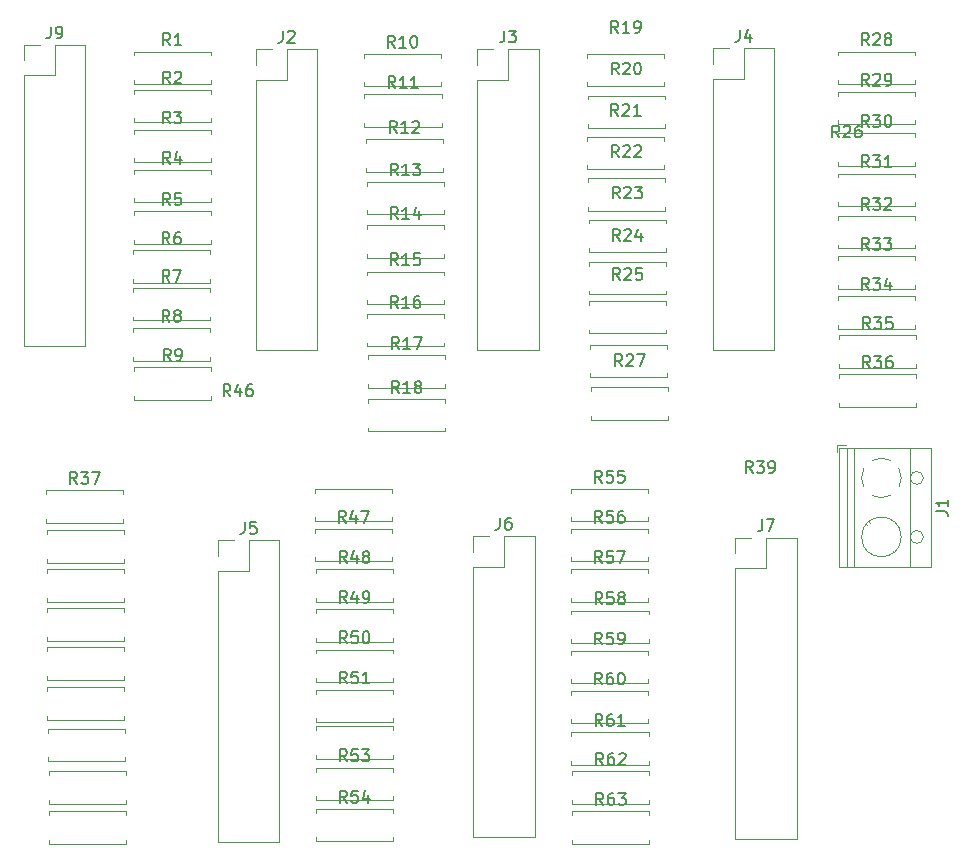
<source format=gbr>
%TF.GenerationSoftware,KiCad,Pcbnew,7.0.1*%
%TF.CreationDate,2025-02-25T21:51:12-03:00*%
%TF.ProjectId,resistorDecade,72657369-7374-46f7-9244-65636164652e,rev?*%
%TF.SameCoordinates,Original*%
%TF.FileFunction,Legend,Top*%
%TF.FilePolarity,Positive*%
%FSLAX46Y46*%
G04 Gerber Fmt 4.6, Leading zero omitted, Abs format (unit mm)*
G04 Created by KiCad (PCBNEW 7.0.1) date 2025-02-25 21:51:12*
%MOMM*%
%LPD*%
G01*
G04 APERTURE LIST*
%ADD10C,0.150000*%
%ADD11C,0.120000*%
G04 APERTURE END LIST*
D10*
%TO.C,R16*%
X127157142Y-69992619D02*
X126823809Y-69516428D01*
X126585714Y-69992619D02*
X126585714Y-68992619D01*
X126585714Y-68992619D02*
X126966666Y-68992619D01*
X126966666Y-68992619D02*
X127061904Y-69040238D01*
X127061904Y-69040238D02*
X127109523Y-69087857D01*
X127109523Y-69087857D02*
X127157142Y-69183095D01*
X127157142Y-69183095D02*
X127157142Y-69325952D01*
X127157142Y-69325952D02*
X127109523Y-69421190D01*
X127109523Y-69421190D02*
X127061904Y-69468809D01*
X127061904Y-69468809D02*
X126966666Y-69516428D01*
X126966666Y-69516428D02*
X126585714Y-69516428D01*
X128109523Y-69992619D02*
X127538095Y-69992619D01*
X127823809Y-69992619D02*
X127823809Y-68992619D01*
X127823809Y-68992619D02*
X127728571Y-69135476D01*
X127728571Y-69135476D02*
X127633333Y-69230714D01*
X127633333Y-69230714D02*
X127538095Y-69278333D01*
X128966666Y-68992619D02*
X128776190Y-68992619D01*
X128776190Y-68992619D02*
X128680952Y-69040238D01*
X128680952Y-69040238D02*
X128633333Y-69087857D01*
X128633333Y-69087857D02*
X128538095Y-69230714D01*
X128538095Y-69230714D02*
X128490476Y-69421190D01*
X128490476Y-69421190D02*
X128490476Y-69802142D01*
X128490476Y-69802142D02*
X128538095Y-69897380D01*
X128538095Y-69897380D02*
X128585714Y-69945000D01*
X128585714Y-69945000D02*
X128680952Y-69992619D01*
X128680952Y-69992619D02*
X128871428Y-69992619D01*
X128871428Y-69992619D02*
X128966666Y-69945000D01*
X128966666Y-69945000D02*
X129014285Y-69897380D01*
X129014285Y-69897380D02*
X129061904Y-69802142D01*
X129061904Y-69802142D02*
X129061904Y-69564047D01*
X129061904Y-69564047D02*
X129014285Y-69468809D01*
X129014285Y-69468809D02*
X128966666Y-69421190D01*
X128966666Y-69421190D02*
X128871428Y-69373571D01*
X128871428Y-69373571D02*
X128680952Y-69373571D01*
X128680952Y-69373571D02*
X128585714Y-69421190D01*
X128585714Y-69421190D02*
X128538095Y-69468809D01*
X128538095Y-69468809D02*
X128490476Y-69564047D01*
%TO.C,R3*%
X107883333Y-54392619D02*
X107550000Y-53916428D01*
X107311905Y-54392619D02*
X107311905Y-53392619D01*
X107311905Y-53392619D02*
X107692857Y-53392619D01*
X107692857Y-53392619D02*
X107788095Y-53440238D01*
X107788095Y-53440238D02*
X107835714Y-53487857D01*
X107835714Y-53487857D02*
X107883333Y-53583095D01*
X107883333Y-53583095D02*
X107883333Y-53725952D01*
X107883333Y-53725952D02*
X107835714Y-53821190D01*
X107835714Y-53821190D02*
X107788095Y-53868809D01*
X107788095Y-53868809D02*
X107692857Y-53916428D01*
X107692857Y-53916428D02*
X107311905Y-53916428D01*
X108216667Y-53392619D02*
X108835714Y-53392619D01*
X108835714Y-53392619D02*
X108502381Y-53773571D01*
X108502381Y-53773571D02*
X108645238Y-53773571D01*
X108645238Y-53773571D02*
X108740476Y-53821190D01*
X108740476Y-53821190D02*
X108788095Y-53868809D01*
X108788095Y-53868809D02*
X108835714Y-53964047D01*
X108835714Y-53964047D02*
X108835714Y-54202142D01*
X108835714Y-54202142D02*
X108788095Y-54297380D01*
X108788095Y-54297380D02*
X108740476Y-54345000D01*
X108740476Y-54345000D02*
X108645238Y-54392619D01*
X108645238Y-54392619D02*
X108359524Y-54392619D01*
X108359524Y-54392619D02*
X108264286Y-54345000D01*
X108264286Y-54345000D02*
X108216667Y-54297380D01*
%TO.C,R54*%
X122847142Y-111892619D02*
X122513809Y-111416428D01*
X122275714Y-111892619D02*
X122275714Y-110892619D01*
X122275714Y-110892619D02*
X122656666Y-110892619D01*
X122656666Y-110892619D02*
X122751904Y-110940238D01*
X122751904Y-110940238D02*
X122799523Y-110987857D01*
X122799523Y-110987857D02*
X122847142Y-111083095D01*
X122847142Y-111083095D02*
X122847142Y-111225952D01*
X122847142Y-111225952D02*
X122799523Y-111321190D01*
X122799523Y-111321190D02*
X122751904Y-111368809D01*
X122751904Y-111368809D02*
X122656666Y-111416428D01*
X122656666Y-111416428D02*
X122275714Y-111416428D01*
X123751904Y-110892619D02*
X123275714Y-110892619D01*
X123275714Y-110892619D02*
X123228095Y-111368809D01*
X123228095Y-111368809D02*
X123275714Y-111321190D01*
X123275714Y-111321190D02*
X123370952Y-111273571D01*
X123370952Y-111273571D02*
X123609047Y-111273571D01*
X123609047Y-111273571D02*
X123704285Y-111321190D01*
X123704285Y-111321190D02*
X123751904Y-111368809D01*
X123751904Y-111368809D02*
X123799523Y-111464047D01*
X123799523Y-111464047D02*
X123799523Y-111702142D01*
X123799523Y-111702142D02*
X123751904Y-111797380D01*
X123751904Y-111797380D02*
X123704285Y-111845000D01*
X123704285Y-111845000D02*
X123609047Y-111892619D01*
X123609047Y-111892619D02*
X123370952Y-111892619D01*
X123370952Y-111892619D02*
X123275714Y-111845000D01*
X123275714Y-111845000D02*
X123228095Y-111797380D01*
X124656666Y-111225952D02*
X124656666Y-111892619D01*
X124418571Y-110845000D02*
X124180476Y-111559285D01*
X124180476Y-111559285D02*
X124799523Y-111559285D01*
%TO.C,R15*%
X127157142Y-66392619D02*
X126823809Y-65916428D01*
X126585714Y-66392619D02*
X126585714Y-65392619D01*
X126585714Y-65392619D02*
X126966666Y-65392619D01*
X126966666Y-65392619D02*
X127061904Y-65440238D01*
X127061904Y-65440238D02*
X127109523Y-65487857D01*
X127109523Y-65487857D02*
X127157142Y-65583095D01*
X127157142Y-65583095D02*
X127157142Y-65725952D01*
X127157142Y-65725952D02*
X127109523Y-65821190D01*
X127109523Y-65821190D02*
X127061904Y-65868809D01*
X127061904Y-65868809D02*
X126966666Y-65916428D01*
X126966666Y-65916428D02*
X126585714Y-65916428D01*
X128109523Y-66392619D02*
X127538095Y-66392619D01*
X127823809Y-66392619D02*
X127823809Y-65392619D01*
X127823809Y-65392619D02*
X127728571Y-65535476D01*
X127728571Y-65535476D02*
X127633333Y-65630714D01*
X127633333Y-65630714D02*
X127538095Y-65678333D01*
X129014285Y-65392619D02*
X128538095Y-65392619D01*
X128538095Y-65392619D02*
X128490476Y-65868809D01*
X128490476Y-65868809D02*
X128538095Y-65821190D01*
X128538095Y-65821190D02*
X128633333Y-65773571D01*
X128633333Y-65773571D02*
X128871428Y-65773571D01*
X128871428Y-65773571D02*
X128966666Y-65821190D01*
X128966666Y-65821190D02*
X129014285Y-65868809D01*
X129014285Y-65868809D02*
X129061904Y-65964047D01*
X129061904Y-65964047D02*
X129061904Y-66202142D01*
X129061904Y-66202142D02*
X129014285Y-66297380D01*
X129014285Y-66297380D02*
X128966666Y-66345000D01*
X128966666Y-66345000D02*
X128871428Y-66392619D01*
X128871428Y-66392619D02*
X128633333Y-66392619D01*
X128633333Y-66392619D02*
X128538095Y-66345000D01*
X128538095Y-66345000D02*
X128490476Y-66297380D01*
%TO.C,J2*%
X117411666Y-46552619D02*
X117411666Y-47266904D01*
X117411666Y-47266904D02*
X117364047Y-47409761D01*
X117364047Y-47409761D02*
X117268809Y-47505000D01*
X117268809Y-47505000D02*
X117125952Y-47552619D01*
X117125952Y-47552619D02*
X117030714Y-47552619D01*
X117840238Y-46647857D02*
X117887857Y-46600238D01*
X117887857Y-46600238D02*
X117983095Y-46552619D01*
X117983095Y-46552619D02*
X118221190Y-46552619D01*
X118221190Y-46552619D02*
X118316428Y-46600238D01*
X118316428Y-46600238D02*
X118364047Y-46647857D01*
X118364047Y-46647857D02*
X118411666Y-46743095D01*
X118411666Y-46743095D02*
X118411666Y-46838333D01*
X118411666Y-46838333D02*
X118364047Y-46981190D01*
X118364047Y-46981190D02*
X117792619Y-47552619D01*
X117792619Y-47552619D02*
X118411666Y-47552619D01*
%TO.C,R13*%
X127157142Y-58792619D02*
X126823809Y-58316428D01*
X126585714Y-58792619D02*
X126585714Y-57792619D01*
X126585714Y-57792619D02*
X126966666Y-57792619D01*
X126966666Y-57792619D02*
X127061904Y-57840238D01*
X127061904Y-57840238D02*
X127109523Y-57887857D01*
X127109523Y-57887857D02*
X127157142Y-57983095D01*
X127157142Y-57983095D02*
X127157142Y-58125952D01*
X127157142Y-58125952D02*
X127109523Y-58221190D01*
X127109523Y-58221190D02*
X127061904Y-58268809D01*
X127061904Y-58268809D02*
X126966666Y-58316428D01*
X126966666Y-58316428D02*
X126585714Y-58316428D01*
X128109523Y-58792619D02*
X127538095Y-58792619D01*
X127823809Y-58792619D02*
X127823809Y-57792619D01*
X127823809Y-57792619D02*
X127728571Y-57935476D01*
X127728571Y-57935476D02*
X127633333Y-58030714D01*
X127633333Y-58030714D02*
X127538095Y-58078333D01*
X128442857Y-57792619D02*
X129061904Y-57792619D01*
X129061904Y-57792619D02*
X128728571Y-58173571D01*
X128728571Y-58173571D02*
X128871428Y-58173571D01*
X128871428Y-58173571D02*
X128966666Y-58221190D01*
X128966666Y-58221190D02*
X129014285Y-58268809D01*
X129014285Y-58268809D02*
X129061904Y-58364047D01*
X129061904Y-58364047D02*
X129061904Y-58602142D01*
X129061904Y-58602142D02*
X129014285Y-58697380D01*
X129014285Y-58697380D02*
X128966666Y-58745000D01*
X128966666Y-58745000D02*
X128871428Y-58792619D01*
X128871428Y-58792619D02*
X128585714Y-58792619D01*
X128585714Y-58792619D02*
X128490476Y-58745000D01*
X128490476Y-58745000D02*
X128442857Y-58697380D01*
%TO.C,R1*%
X107883333Y-47762619D02*
X107550000Y-47286428D01*
X107311905Y-47762619D02*
X107311905Y-46762619D01*
X107311905Y-46762619D02*
X107692857Y-46762619D01*
X107692857Y-46762619D02*
X107788095Y-46810238D01*
X107788095Y-46810238D02*
X107835714Y-46857857D01*
X107835714Y-46857857D02*
X107883333Y-46953095D01*
X107883333Y-46953095D02*
X107883333Y-47095952D01*
X107883333Y-47095952D02*
X107835714Y-47191190D01*
X107835714Y-47191190D02*
X107788095Y-47238809D01*
X107788095Y-47238809D02*
X107692857Y-47286428D01*
X107692857Y-47286428D02*
X107311905Y-47286428D01*
X108835714Y-47762619D02*
X108264286Y-47762619D01*
X108550000Y-47762619D02*
X108550000Y-46762619D01*
X108550000Y-46762619D02*
X108454762Y-46905476D01*
X108454762Y-46905476D02*
X108359524Y-47000714D01*
X108359524Y-47000714D02*
X108264286Y-47048333D01*
%TO.C,R29*%
X167047142Y-51192619D02*
X166713809Y-50716428D01*
X166475714Y-51192619D02*
X166475714Y-50192619D01*
X166475714Y-50192619D02*
X166856666Y-50192619D01*
X166856666Y-50192619D02*
X166951904Y-50240238D01*
X166951904Y-50240238D02*
X166999523Y-50287857D01*
X166999523Y-50287857D02*
X167047142Y-50383095D01*
X167047142Y-50383095D02*
X167047142Y-50525952D01*
X167047142Y-50525952D02*
X166999523Y-50621190D01*
X166999523Y-50621190D02*
X166951904Y-50668809D01*
X166951904Y-50668809D02*
X166856666Y-50716428D01*
X166856666Y-50716428D02*
X166475714Y-50716428D01*
X167428095Y-50287857D02*
X167475714Y-50240238D01*
X167475714Y-50240238D02*
X167570952Y-50192619D01*
X167570952Y-50192619D02*
X167809047Y-50192619D01*
X167809047Y-50192619D02*
X167904285Y-50240238D01*
X167904285Y-50240238D02*
X167951904Y-50287857D01*
X167951904Y-50287857D02*
X167999523Y-50383095D01*
X167999523Y-50383095D02*
X167999523Y-50478333D01*
X167999523Y-50478333D02*
X167951904Y-50621190D01*
X167951904Y-50621190D02*
X167380476Y-51192619D01*
X167380476Y-51192619D02*
X167999523Y-51192619D01*
X168475714Y-51192619D02*
X168666190Y-51192619D01*
X168666190Y-51192619D02*
X168761428Y-51145000D01*
X168761428Y-51145000D02*
X168809047Y-51097380D01*
X168809047Y-51097380D02*
X168904285Y-50954523D01*
X168904285Y-50954523D02*
X168951904Y-50764047D01*
X168951904Y-50764047D02*
X168951904Y-50383095D01*
X168951904Y-50383095D02*
X168904285Y-50287857D01*
X168904285Y-50287857D02*
X168856666Y-50240238D01*
X168856666Y-50240238D02*
X168761428Y-50192619D01*
X168761428Y-50192619D02*
X168570952Y-50192619D01*
X168570952Y-50192619D02*
X168475714Y-50240238D01*
X168475714Y-50240238D02*
X168428095Y-50287857D01*
X168428095Y-50287857D02*
X168380476Y-50383095D01*
X168380476Y-50383095D02*
X168380476Y-50621190D01*
X168380476Y-50621190D02*
X168428095Y-50716428D01*
X168428095Y-50716428D02*
X168475714Y-50764047D01*
X168475714Y-50764047D02*
X168570952Y-50811666D01*
X168570952Y-50811666D02*
X168761428Y-50811666D01*
X168761428Y-50811666D02*
X168856666Y-50764047D01*
X168856666Y-50764047D02*
X168904285Y-50716428D01*
X168904285Y-50716428D02*
X168951904Y-50621190D01*
%TO.C,R36*%
X167147142Y-75092619D02*
X166813809Y-74616428D01*
X166575714Y-75092619D02*
X166575714Y-74092619D01*
X166575714Y-74092619D02*
X166956666Y-74092619D01*
X166956666Y-74092619D02*
X167051904Y-74140238D01*
X167051904Y-74140238D02*
X167099523Y-74187857D01*
X167099523Y-74187857D02*
X167147142Y-74283095D01*
X167147142Y-74283095D02*
X167147142Y-74425952D01*
X167147142Y-74425952D02*
X167099523Y-74521190D01*
X167099523Y-74521190D02*
X167051904Y-74568809D01*
X167051904Y-74568809D02*
X166956666Y-74616428D01*
X166956666Y-74616428D02*
X166575714Y-74616428D01*
X167480476Y-74092619D02*
X168099523Y-74092619D01*
X168099523Y-74092619D02*
X167766190Y-74473571D01*
X167766190Y-74473571D02*
X167909047Y-74473571D01*
X167909047Y-74473571D02*
X168004285Y-74521190D01*
X168004285Y-74521190D02*
X168051904Y-74568809D01*
X168051904Y-74568809D02*
X168099523Y-74664047D01*
X168099523Y-74664047D02*
X168099523Y-74902142D01*
X168099523Y-74902142D02*
X168051904Y-74997380D01*
X168051904Y-74997380D02*
X168004285Y-75045000D01*
X168004285Y-75045000D02*
X167909047Y-75092619D01*
X167909047Y-75092619D02*
X167623333Y-75092619D01*
X167623333Y-75092619D02*
X167528095Y-75045000D01*
X167528095Y-75045000D02*
X167480476Y-74997380D01*
X168956666Y-74092619D02*
X168766190Y-74092619D01*
X168766190Y-74092619D02*
X168670952Y-74140238D01*
X168670952Y-74140238D02*
X168623333Y-74187857D01*
X168623333Y-74187857D02*
X168528095Y-74330714D01*
X168528095Y-74330714D02*
X168480476Y-74521190D01*
X168480476Y-74521190D02*
X168480476Y-74902142D01*
X168480476Y-74902142D02*
X168528095Y-74997380D01*
X168528095Y-74997380D02*
X168575714Y-75045000D01*
X168575714Y-75045000D02*
X168670952Y-75092619D01*
X168670952Y-75092619D02*
X168861428Y-75092619D01*
X168861428Y-75092619D02*
X168956666Y-75045000D01*
X168956666Y-75045000D02*
X169004285Y-74997380D01*
X169004285Y-74997380D02*
X169051904Y-74902142D01*
X169051904Y-74902142D02*
X169051904Y-74664047D01*
X169051904Y-74664047D02*
X169004285Y-74568809D01*
X169004285Y-74568809D02*
X168956666Y-74521190D01*
X168956666Y-74521190D02*
X168861428Y-74473571D01*
X168861428Y-74473571D02*
X168670952Y-74473571D01*
X168670952Y-74473571D02*
X168575714Y-74521190D01*
X168575714Y-74521190D02*
X168528095Y-74568809D01*
X168528095Y-74568809D02*
X168480476Y-74664047D01*
%TO.C,R46*%
X112977142Y-77492619D02*
X112643809Y-77016428D01*
X112405714Y-77492619D02*
X112405714Y-76492619D01*
X112405714Y-76492619D02*
X112786666Y-76492619D01*
X112786666Y-76492619D02*
X112881904Y-76540238D01*
X112881904Y-76540238D02*
X112929523Y-76587857D01*
X112929523Y-76587857D02*
X112977142Y-76683095D01*
X112977142Y-76683095D02*
X112977142Y-76825952D01*
X112977142Y-76825952D02*
X112929523Y-76921190D01*
X112929523Y-76921190D02*
X112881904Y-76968809D01*
X112881904Y-76968809D02*
X112786666Y-77016428D01*
X112786666Y-77016428D02*
X112405714Y-77016428D01*
X113834285Y-76825952D02*
X113834285Y-77492619D01*
X113596190Y-76445000D02*
X113358095Y-77159285D01*
X113358095Y-77159285D02*
X113977142Y-77159285D01*
X114786666Y-76492619D02*
X114596190Y-76492619D01*
X114596190Y-76492619D02*
X114500952Y-76540238D01*
X114500952Y-76540238D02*
X114453333Y-76587857D01*
X114453333Y-76587857D02*
X114358095Y-76730714D01*
X114358095Y-76730714D02*
X114310476Y-76921190D01*
X114310476Y-76921190D02*
X114310476Y-77302142D01*
X114310476Y-77302142D02*
X114358095Y-77397380D01*
X114358095Y-77397380D02*
X114405714Y-77445000D01*
X114405714Y-77445000D02*
X114500952Y-77492619D01*
X114500952Y-77492619D02*
X114691428Y-77492619D01*
X114691428Y-77492619D02*
X114786666Y-77445000D01*
X114786666Y-77445000D02*
X114834285Y-77397380D01*
X114834285Y-77397380D02*
X114881904Y-77302142D01*
X114881904Y-77302142D02*
X114881904Y-77064047D01*
X114881904Y-77064047D02*
X114834285Y-76968809D01*
X114834285Y-76968809D02*
X114786666Y-76921190D01*
X114786666Y-76921190D02*
X114691428Y-76873571D01*
X114691428Y-76873571D02*
X114500952Y-76873571D01*
X114500952Y-76873571D02*
X114405714Y-76921190D01*
X114405714Y-76921190D02*
X114358095Y-76968809D01*
X114358095Y-76968809D02*
X114310476Y-77064047D01*
%TO.C,R63*%
X144547142Y-112092619D02*
X144213809Y-111616428D01*
X143975714Y-112092619D02*
X143975714Y-111092619D01*
X143975714Y-111092619D02*
X144356666Y-111092619D01*
X144356666Y-111092619D02*
X144451904Y-111140238D01*
X144451904Y-111140238D02*
X144499523Y-111187857D01*
X144499523Y-111187857D02*
X144547142Y-111283095D01*
X144547142Y-111283095D02*
X144547142Y-111425952D01*
X144547142Y-111425952D02*
X144499523Y-111521190D01*
X144499523Y-111521190D02*
X144451904Y-111568809D01*
X144451904Y-111568809D02*
X144356666Y-111616428D01*
X144356666Y-111616428D02*
X143975714Y-111616428D01*
X145404285Y-111092619D02*
X145213809Y-111092619D01*
X145213809Y-111092619D02*
X145118571Y-111140238D01*
X145118571Y-111140238D02*
X145070952Y-111187857D01*
X145070952Y-111187857D02*
X144975714Y-111330714D01*
X144975714Y-111330714D02*
X144928095Y-111521190D01*
X144928095Y-111521190D02*
X144928095Y-111902142D01*
X144928095Y-111902142D02*
X144975714Y-111997380D01*
X144975714Y-111997380D02*
X145023333Y-112045000D01*
X145023333Y-112045000D02*
X145118571Y-112092619D01*
X145118571Y-112092619D02*
X145309047Y-112092619D01*
X145309047Y-112092619D02*
X145404285Y-112045000D01*
X145404285Y-112045000D02*
X145451904Y-111997380D01*
X145451904Y-111997380D02*
X145499523Y-111902142D01*
X145499523Y-111902142D02*
X145499523Y-111664047D01*
X145499523Y-111664047D02*
X145451904Y-111568809D01*
X145451904Y-111568809D02*
X145404285Y-111521190D01*
X145404285Y-111521190D02*
X145309047Y-111473571D01*
X145309047Y-111473571D02*
X145118571Y-111473571D01*
X145118571Y-111473571D02*
X145023333Y-111521190D01*
X145023333Y-111521190D02*
X144975714Y-111568809D01*
X144975714Y-111568809D02*
X144928095Y-111664047D01*
X145832857Y-111092619D02*
X146451904Y-111092619D01*
X146451904Y-111092619D02*
X146118571Y-111473571D01*
X146118571Y-111473571D02*
X146261428Y-111473571D01*
X146261428Y-111473571D02*
X146356666Y-111521190D01*
X146356666Y-111521190D02*
X146404285Y-111568809D01*
X146404285Y-111568809D02*
X146451904Y-111664047D01*
X146451904Y-111664047D02*
X146451904Y-111902142D01*
X146451904Y-111902142D02*
X146404285Y-111997380D01*
X146404285Y-111997380D02*
X146356666Y-112045000D01*
X146356666Y-112045000D02*
X146261428Y-112092619D01*
X146261428Y-112092619D02*
X145975714Y-112092619D01*
X145975714Y-112092619D02*
X145880476Y-112045000D01*
X145880476Y-112045000D02*
X145832857Y-111997380D01*
%TO.C,R28*%
X167037142Y-47767619D02*
X166703809Y-47291428D01*
X166465714Y-47767619D02*
X166465714Y-46767619D01*
X166465714Y-46767619D02*
X166846666Y-46767619D01*
X166846666Y-46767619D02*
X166941904Y-46815238D01*
X166941904Y-46815238D02*
X166989523Y-46862857D01*
X166989523Y-46862857D02*
X167037142Y-46958095D01*
X167037142Y-46958095D02*
X167037142Y-47100952D01*
X167037142Y-47100952D02*
X166989523Y-47196190D01*
X166989523Y-47196190D02*
X166941904Y-47243809D01*
X166941904Y-47243809D02*
X166846666Y-47291428D01*
X166846666Y-47291428D02*
X166465714Y-47291428D01*
X167418095Y-46862857D02*
X167465714Y-46815238D01*
X167465714Y-46815238D02*
X167560952Y-46767619D01*
X167560952Y-46767619D02*
X167799047Y-46767619D01*
X167799047Y-46767619D02*
X167894285Y-46815238D01*
X167894285Y-46815238D02*
X167941904Y-46862857D01*
X167941904Y-46862857D02*
X167989523Y-46958095D01*
X167989523Y-46958095D02*
X167989523Y-47053333D01*
X167989523Y-47053333D02*
X167941904Y-47196190D01*
X167941904Y-47196190D02*
X167370476Y-47767619D01*
X167370476Y-47767619D02*
X167989523Y-47767619D01*
X168560952Y-47196190D02*
X168465714Y-47148571D01*
X168465714Y-47148571D02*
X168418095Y-47100952D01*
X168418095Y-47100952D02*
X168370476Y-47005714D01*
X168370476Y-47005714D02*
X168370476Y-46958095D01*
X168370476Y-46958095D02*
X168418095Y-46862857D01*
X168418095Y-46862857D02*
X168465714Y-46815238D01*
X168465714Y-46815238D02*
X168560952Y-46767619D01*
X168560952Y-46767619D02*
X168751428Y-46767619D01*
X168751428Y-46767619D02*
X168846666Y-46815238D01*
X168846666Y-46815238D02*
X168894285Y-46862857D01*
X168894285Y-46862857D02*
X168941904Y-46958095D01*
X168941904Y-46958095D02*
X168941904Y-47005714D01*
X168941904Y-47005714D02*
X168894285Y-47100952D01*
X168894285Y-47100952D02*
X168846666Y-47148571D01*
X168846666Y-47148571D02*
X168751428Y-47196190D01*
X168751428Y-47196190D02*
X168560952Y-47196190D01*
X168560952Y-47196190D02*
X168465714Y-47243809D01*
X168465714Y-47243809D02*
X168418095Y-47291428D01*
X168418095Y-47291428D02*
X168370476Y-47386666D01*
X168370476Y-47386666D02*
X168370476Y-47577142D01*
X168370476Y-47577142D02*
X168418095Y-47672380D01*
X168418095Y-47672380D02*
X168465714Y-47720000D01*
X168465714Y-47720000D02*
X168560952Y-47767619D01*
X168560952Y-47767619D02*
X168751428Y-47767619D01*
X168751428Y-47767619D02*
X168846666Y-47720000D01*
X168846666Y-47720000D02*
X168894285Y-47672380D01*
X168894285Y-47672380D02*
X168941904Y-47577142D01*
X168941904Y-47577142D02*
X168941904Y-47386666D01*
X168941904Y-47386666D02*
X168894285Y-47291428D01*
X168894285Y-47291428D02*
X168846666Y-47243809D01*
X168846666Y-47243809D02*
X168751428Y-47196190D01*
%TO.C,R56*%
X144447142Y-88192619D02*
X144113809Y-87716428D01*
X143875714Y-88192619D02*
X143875714Y-87192619D01*
X143875714Y-87192619D02*
X144256666Y-87192619D01*
X144256666Y-87192619D02*
X144351904Y-87240238D01*
X144351904Y-87240238D02*
X144399523Y-87287857D01*
X144399523Y-87287857D02*
X144447142Y-87383095D01*
X144447142Y-87383095D02*
X144447142Y-87525952D01*
X144447142Y-87525952D02*
X144399523Y-87621190D01*
X144399523Y-87621190D02*
X144351904Y-87668809D01*
X144351904Y-87668809D02*
X144256666Y-87716428D01*
X144256666Y-87716428D02*
X143875714Y-87716428D01*
X145351904Y-87192619D02*
X144875714Y-87192619D01*
X144875714Y-87192619D02*
X144828095Y-87668809D01*
X144828095Y-87668809D02*
X144875714Y-87621190D01*
X144875714Y-87621190D02*
X144970952Y-87573571D01*
X144970952Y-87573571D02*
X145209047Y-87573571D01*
X145209047Y-87573571D02*
X145304285Y-87621190D01*
X145304285Y-87621190D02*
X145351904Y-87668809D01*
X145351904Y-87668809D02*
X145399523Y-87764047D01*
X145399523Y-87764047D02*
X145399523Y-88002142D01*
X145399523Y-88002142D02*
X145351904Y-88097380D01*
X145351904Y-88097380D02*
X145304285Y-88145000D01*
X145304285Y-88145000D02*
X145209047Y-88192619D01*
X145209047Y-88192619D02*
X144970952Y-88192619D01*
X144970952Y-88192619D02*
X144875714Y-88145000D01*
X144875714Y-88145000D02*
X144828095Y-88097380D01*
X146256666Y-87192619D02*
X146066190Y-87192619D01*
X146066190Y-87192619D02*
X145970952Y-87240238D01*
X145970952Y-87240238D02*
X145923333Y-87287857D01*
X145923333Y-87287857D02*
X145828095Y-87430714D01*
X145828095Y-87430714D02*
X145780476Y-87621190D01*
X145780476Y-87621190D02*
X145780476Y-88002142D01*
X145780476Y-88002142D02*
X145828095Y-88097380D01*
X145828095Y-88097380D02*
X145875714Y-88145000D01*
X145875714Y-88145000D02*
X145970952Y-88192619D01*
X145970952Y-88192619D02*
X146161428Y-88192619D01*
X146161428Y-88192619D02*
X146256666Y-88145000D01*
X146256666Y-88145000D02*
X146304285Y-88097380D01*
X146304285Y-88097380D02*
X146351904Y-88002142D01*
X146351904Y-88002142D02*
X146351904Y-87764047D01*
X146351904Y-87764047D02*
X146304285Y-87668809D01*
X146304285Y-87668809D02*
X146256666Y-87621190D01*
X146256666Y-87621190D02*
X146161428Y-87573571D01*
X146161428Y-87573571D02*
X145970952Y-87573571D01*
X145970952Y-87573571D02*
X145875714Y-87621190D01*
X145875714Y-87621190D02*
X145828095Y-87668809D01*
X145828095Y-87668809D02*
X145780476Y-87764047D01*
%TO.C,R2*%
X107883333Y-50992619D02*
X107550000Y-50516428D01*
X107311905Y-50992619D02*
X107311905Y-49992619D01*
X107311905Y-49992619D02*
X107692857Y-49992619D01*
X107692857Y-49992619D02*
X107788095Y-50040238D01*
X107788095Y-50040238D02*
X107835714Y-50087857D01*
X107835714Y-50087857D02*
X107883333Y-50183095D01*
X107883333Y-50183095D02*
X107883333Y-50325952D01*
X107883333Y-50325952D02*
X107835714Y-50421190D01*
X107835714Y-50421190D02*
X107788095Y-50468809D01*
X107788095Y-50468809D02*
X107692857Y-50516428D01*
X107692857Y-50516428D02*
X107311905Y-50516428D01*
X108264286Y-50087857D02*
X108311905Y-50040238D01*
X108311905Y-50040238D02*
X108407143Y-49992619D01*
X108407143Y-49992619D02*
X108645238Y-49992619D01*
X108645238Y-49992619D02*
X108740476Y-50040238D01*
X108740476Y-50040238D02*
X108788095Y-50087857D01*
X108788095Y-50087857D02*
X108835714Y-50183095D01*
X108835714Y-50183095D02*
X108835714Y-50278333D01*
X108835714Y-50278333D02*
X108788095Y-50421190D01*
X108788095Y-50421190D02*
X108216667Y-50992619D01*
X108216667Y-50992619D02*
X108835714Y-50992619D01*
%TO.C,R4*%
X107883333Y-57792619D02*
X107550000Y-57316428D01*
X107311905Y-57792619D02*
X107311905Y-56792619D01*
X107311905Y-56792619D02*
X107692857Y-56792619D01*
X107692857Y-56792619D02*
X107788095Y-56840238D01*
X107788095Y-56840238D02*
X107835714Y-56887857D01*
X107835714Y-56887857D02*
X107883333Y-56983095D01*
X107883333Y-56983095D02*
X107883333Y-57125952D01*
X107883333Y-57125952D02*
X107835714Y-57221190D01*
X107835714Y-57221190D02*
X107788095Y-57268809D01*
X107788095Y-57268809D02*
X107692857Y-57316428D01*
X107692857Y-57316428D02*
X107311905Y-57316428D01*
X108740476Y-57125952D02*
X108740476Y-57792619D01*
X108502381Y-56745000D02*
X108264286Y-57459285D01*
X108264286Y-57459285D02*
X108883333Y-57459285D01*
%TO.C,R32*%
X167047142Y-61692619D02*
X166713809Y-61216428D01*
X166475714Y-61692619D02*
X166475714Y-60692619D01*
X166475714Y-60692619D02*
X166856666Y-60692619D01*
X166856666Y-60692619D02*
X166951904Y-60740238D01*
X166951904Y-60740238D02*
X166999523Y-60787857D01*
X166999523Y-60787857D02*
X167047142Y-60883095D01*
X167047142Y-60883095D02*
X167047142Y-61025952D01*
X167047142Y-61025952D02*
X166999523Y-61121190D01*
X166999523Y-61121190D02*
X166951904Y-61168809D01*
X166951904Y-61168809D02*
X166856666Y-61216428D01*
X166856666Y-61216428D02*
X166475714Y-61216428D01*
X167380476Y-60692619D02*
X167999523Y-60692619D01*
X167999523Y-60692619D02*
X167666190Y-61073571D01*
X167666190Y-61073571D02*
X167809047Y-61073571D01*
X167809047Y-61073571D02*
X167904285Y-61121190D01*
X167904285Y-61121190D02*
X167951904Y-61168809D01*
X167951904Y-61168809D02*
X167999523Y-61264047D01*
X167999523Y-61264047D02*
X167999523Y-61502142D01*
X167999523Y-61502142D02*
X167951904Y-61597380D01*
X167951904Y-61597380D02*
X167904285Y-61645000D01*
X167904285Y-61645000D02*
X167809047Y-61692619D01*
X167809047Y-61692619D02*
X167523333Y-61692619D01*
X167523333Y-61692619D02*
X167428095Y-61645000D01*
X167428095Y-61645000D02*
X167380476Y-61597380D01*
X168380476Y-60787857D02*
X168428095Y-60740238D01*
X168428095Y-60740238D02*
X168523333Y-60692619D01*
X168523333Y-60692619D02*
X168761428Y-60692619D01*
X168761428Y-60692619D02*
X168856666Y-60740238D01*
X168856666Y-60740238D02*
X168904285Y-60787857D01*
X168904285Y-60787857D02*
X168951904Y-60883095D01*
X168951904Y-60883095D02*
X168951904Y-60978333D01*
X168951904Y-60978333D02*
X168904285Y-61121190D01*
X168904285Y-61121190D02*
X168332857Y-61692619D01*
X168332857Y-61692619D02*
X168951904Y-61692619D01*
%TO.C,R58*%
X144472142Y-95092619D02*
X144138809Y-94616428D01*
X143900714Y-95092619D02*
X143900714Y-94092619D01*
X143900714Y-94092619D02*
X144281666Y-94092619D01*
X144281666Y-94092619D02*
X144376904Y-94140238D01*
X144376904Y-94140238D02*
X144424523Y-94187857D01*
X144424523Y-94187857D02*
X144472142Y-94283095D01*
X144472142Y-94283095D02*
X144472142Y-94425952D01*
X144472142Y-94425952D02*
X144424523Y-94521190D01*
X144424523Y-94521190D02*
X144376904Y-94568809D01*
X144376904Y-94568809D02*
X144281666Y-94616428D01*
X144281666Y-94616428D02*
X143900714Y-94616428D01*
X145376904Y-94092619D02*
X144900714Y-94092619D01*
X144900714Y-94092619D02*
X144853095Y-94568809D01*
X144853095Y-94568809D02*
X144900714Y-94521190D01*
X144900714Y-94521190D02*
X144995952Y-94473571D01*
X144995952Y-94473571D02*
X145234047Y-94473571D01*
X145234047Y-94473571D02*
X145329285Y-94521190D01*
X145329285Y-94521190D02*
X145376904Y-94568809D01*
X145376904Y-94568809D02*
X145424523Y-94664047D01*
X145424523Y-94664047D02*
X145424523Y-94902142D01*
X145424523Y-94902142D02*
X145376904Y-94997380D01*
X145376904Y-94997380D02*
X145329285Y-95045000D01*
X145329285Y-95045000D02*
X145234047Y-95092619D01*
X145234047Y-95092619D02*
X144995952Y-95092619D01*
X144995952Y-95092619D02*
X144900714Y-95045000D01*
X144900714Y-95045000D02*
X144853095Y-94997380D01*
X145995952Y-94521190D02*
X145900714Y-94473571D01*
X145900714Y-94473571D02*
X145853095Y-94425952D01*
X145853095Y-94425952D02*
X145805476Y-94330714D01*
X145805476Y-94330714D02*
X145805476Y-94283095D01*
X145805476Y-94283095D02*
X145853095Y-94187857D01*
X145853095Y-94187857D02*
X145900714Y-94140238D01*
X145900714Y-94140238D02*
X145995952Y-94092619D01*
X145995952Y-94092619D02*
X146186428Y-94092619D01*
X146186428Y-94092619D02*
X146281666Y-94140238D01*
X146281666Y-94140238D02*
X146329285Y-94187857D01*
X146329285Y-94187857D02*
X146376904Y-94283095D01*
X146376904Y-94283095D02*
X146376904Y-94330714D01*
X146376904Y-94330714D02*
X146329285Y-94425952D01*
X146329285Y-94425952D02*
X146281666Y-94473571D01*
X146281666Y-94473571D02*
X146186428Y-94521190D01*
X146186428Y-94521190D02*
X145995952Y-94521190D01*
X145995952Y-94521190D02*
X145900714Y-94568809D01*
X145900714Y-94568809D02*
X145853095Y-94616428D01*
X145853095Y-94616428D02*
X145805476Y-94711666D01*
X145805476Y-94711666D02*
X145805476Y-94902142D01*
X145805476Y-94902142D02*
X145853095Y-94997380D01*
X145853095Y-94997380D02*
X145900714Y-95045000D01*
X145900714Y-95045000D02*
X145995952Y-95092619D01*
X145995952Y-95092619D02*
X146186428Y-95092619D01*
X146186428Y-95092619D02*
X146281666Y-95045000D01*
X146281666Y-95045000D02*
X146329285Y-94997380D01*
X146329285Y-94997380D02*
X146376904Y-94902142D01*
X146376904Y-94902142D02*
X146376904Y-94711666D01*
X146376904Y-94711666D02*
X146329285Y-94616428D01*
X146329285Y-94616428D02*
X146281666Y-94568809D01*
X146281666Y-94568809D02*
X146186428Y-94521190D01*
%TO.C,R19*%
X145807142Y-46717619D02*
X145473809Y-46241428D01*
X145235714Y-46717619D02*
X145235714Y-45717619D01*
X145235714Y-45717619D02*
X145616666Y-45717619D01*
X145616666Y-45717619D02*
X145711904Y-45765238D01*
X145711904Y-45765238D02*
X145759523Y-45812857D01*
X145759523Y-45812857D02*
X145807142Y-45908095D01*
X145807142Y-45908095D02*
X145807142Y-46050952D01*
X145807142Y-46050952D02*
X145759523Y-46146190D01*
X145759523Y-46146190D02*
X145711904Y-46193809D01*
X145711904Y-46193809D02*
X145616666Y-46241428D01*
X145616666Y-46241428D02*
X145235714Y-46241428D01*
X146759523Y-46717619D02*
X146188095Y-46717619D01*
X146473809Y-46717619D02*
X146473809Y-45717619D01*
X146473809Y-45717619D02*
X146378571Y-45860476D01*
X146378571Y-45860476D02*
X146283333Y-45955714D01*
X146283333Y-45955714D02*
X146188095Y-46003333D01*
X147235714Y-46717619D02*
X147426190Y-46717619D01*
X147426190Y-46717619D02*
X147521428Y-46670000D01*
X147521428Y-46670000D02*
X147569047Y-46622380D01*
X147569047Y-46622380D02*
X147664285Y-46479523D01*
X147664285Y-46479523D02*
X147711904Y-46289047D01*
X147711904Y-46289047D02*
X147711904Y-45908095D01*
X147711904Y-45908095D02*
X147664285Y-45812857D01*
X147664285Y-45812857D02*
X147616666Y-45765238D01*
X147616666Y-45765238D02*
X147521428Y-45717619D01*
X147521428Y-45717619D02*
X147330952Y-45717619D01*
X147330952Y-45717619D02*
X147235714Y-45765238D01*
X147235714Y-45765238D02*
X147188095Y-45812857D01*
X147188095Y-45812857D02*
X147140476Y-45908095D01*
X147140476Y-45908095D02*
X147140476Y-46146190D01*
X147140476Y-46146190D02*
X147188095Y-46241428D01*
X147188095Y-46241428D02*
X147235714Y-46289047D01*
X147235714Y-46289047D02*
X147330952Y-46336666D01*
X147330952Y-46336666D02*
X147521428Y-46336666D01*
X147521428Y-46336666D02*
X147616666Y-46289047D01*
X147616666Y-46289047D02*
X147664285Y-46241428D01*
X147664285Y-46241428D02*
X147711904Y-46146190D01*
%TO.C,R6*%
X107823333Y-64592619D02*
X107490000Y-64116428D01*
X107251905Y-64592619D02*
X107251905Y-63592619D01*
X107251905Y-63592619D02*
X107632857Y-63592619D01*
X107632857Y-63592619D02*
X107728095Y-63640238D01*
X107728095Y-63640238D02*
X107775714Y-63687857D01*
X107775714Y-63687857D02*
X107823333Y-63783095D01*
X107823333Y-63783095D02*
X107823333Y-63925952D01*
X107823333Y-63925952D02*
X107775714Y-64021190D01*
X107775714Y-64021190D02*
X107728095Y-64068809D01*
X107728095Y-64068809D02*
X107632857Y-64116428D01*
X107632857Y-64116428D02*
X107251905Y-64116428D01*
X108680476Y-63592619D02*
X108490000Y-63592619D01*
X108490000Y-63592619D02*
X108394762Y-63640238D01*
X108394762Y-63640238D02*
X108347143Y-63687857D01*
X108347143Y-63687857D02*
X108251905Y-63830714D01*
X108251905Y-63830714D02*
X108204286Y-64021190D01*
X108204286Y-64021190D02*
X108204286Y-64402142D01*
X108204286Y-64402142D02*
X108251905Y-64497380D01*
X108251905Y-64497380D02*
X108299524Y-64545000D01*
X108299524Y-64545000D02*
X108394762Y-64592619D01*
X108394762Y-64592619D02*
X108585238Y-64592619D01*
X108585238Y-64592619D02*
X108680476Y-64545000D01*
X108680476Y-64545000D02*
X108728095Y-64497380D01*
X108728095Y-64497380D02*
X108775714Y-64402142D01*
X108775714Y-64402142D02*
X108775714Y-64164047D01*
X108775714Y-64164047D02*
X108728095Y-64068809D01*
X108728095Y-64068809D02*
X108680476Y-64021190D01*
X108680476Y-64021190D02*
X108585238Y-63973571D01*
X108585238Y-63973571D02*
X108394762Y-63973571D01*
X108394762Y-63973571D02*
X108299524Y-64021190D01*
X108299524Y-64021190D02*
X108251905Y-64068809D01*
X108251905Y-64068809D02*
X108204286Y-64164047D01*
%TO.C,R24*%
X145947142Y-64342619D02*
X145613809Y-63866428D01*
X145375714Y-64342619D02*
X145375714Y-63342619D01*
X145375714Y-63342619D02*
X145756666Y-63342619D01*
X145756666Y-63342619D02*
X145851904Y-63390238D01*
X145851904Y-63390238D02*
X145899523Y-63437857D01*
X145899523Y-63437857D02*
X145947142Y-63533095D01*
X145947142Y-63533095D02*
X145947142Y-63675952D01*
X145947142Y-63675952D02*
X145899523Y-63771190D01*
X145899523Y-63771190D02*
X145851904Y-63818809D01*
X145851904Y-63818809D02*
X145756666Y-63866428D01*
X145756666Y-63866428D02*
X145375714Y-63866428D01*
X146328095Y-63437857D02*
X146375714Y-63390238D01*
X146375714Y-63390238D02*
X146470952Y-63342619D01*
X146470952Y-63342619D02*
X146709047Y-63342619D01*
X146709047Y-63342619D02*
X146804285Y-63390238D01*
X146804285Y-63390238D02*
X146851904Y-63437857D01*
X146851904Y-63437857D02*
X146899523Y-63533095D01*
X146899523Y-63533095D02*
X146899523Y-63628333D01*
X146899523Y-63628333D02*
X146851904Y-63771190D01*
X146851904Y-63771190D02*
X146280476Y-64342619D01*
X146280476Y-64342619D02*
X146899523Y-64342619D01*
X147756666Y-63675952D02*
X147756666Y-64342619D01*
X147518571Y-63295000D02*
X147280476Y-64009285D01*
X147280476Y-64009285D02*
X147899523Y-64009285D01*
%TO.C,R57*%
X144447142Y-91592619D02*
X144113809Y-91116428D01*
X143875714Y-91592619D02*
X143875714Y-90592619D01*
X143875714Y-90592619D02*
X144256666Y-90592619D01*
X144256666Y-90592619D02*
X144351904Y-90640238D01*
X144351904Y-90640238D02*
X144399523Y-90687857D01*
X144399523Y-90687857D02*
X144447142Y-90783095D01*
X144447142Y-90783095D02*
X144447142Y-90925952D01*
X144447142Y-90925952D02*
X144399523Y-91021190D01*
X144399523Y-91021190D02*
X144351904Y-91068809D01*
X144351904Y-91068809D02*
X144256666Y-91116428D01*
X144256666Y-91116428D02*
X143875714Y-91116428D01*
X145351904Y-90592619D02*
X144875714Y-90592619D01*
X144875714Y-90592619D02*
X144828095Y-91068809D01*
X144828095Y-91068809D02*
X144875714Y-91021190D01*
X144875714Y-91021190D02*
X144970952Y-90973571D01*
X144970952Y-90973571D02*
X145209047Y-90973571D01*
X145209047Y-90973571D02*
X145304285Y-91021190D01*
X145304285Y-91021190D02*
X145351904Y-91068809D01*
X145351904Y-91068809D02*
X145399523Y-91164047D01*
X145399523Y-91164047D02*
X145399523Y-91402142D01*
X145399523Y-91402142D02*
X145351904Y-91497380D01*
X145351904Y-91497380D02*
X145304285Y-91545000D01*
X145304285Y-91545000D02*
X145209047Y-91592619D01*
X145209047Y-91592619D02*
X144970952Y-91592619D01*
X144970952Y-91592619D02*
X144875714Y-91545000D01*
X144875714Y-91545000D02*
X144828095Y-91497380D01*
X145732857Y-90592619D02*
X146399523Y-90592619D01*
X146399523Y-90592619D02*
X145970952Y-91592619D01*
%TO.C,J1*%
X172722619Y-87233333D02*
X173436904Y-87233333D01*
X173436904Y-87233333D02*
X173579761Y-87280952D01*
X173579761Y-87280952D02*
X173675000Y-87376190D01*
X173675000Y-87376190D02*
X173722619Y-87519047D01*
X173722619Y-87519047D02*
X173722619Y-87614285D01*
X173722619Y-86233333D02*
X173722619Y-86804761D01*
X173722619Y-86519047D02*
X172722619Y-86519047D01*
X172722619Y-86519047D02*
X172865476Y-86614285D01*
X172865476Y-86614285D02*
X172960714Y-86709523D01*
X172960714Y-86709523D02*
X173008333Y-86804761D01*
%TO.C,R7*%
X107823333Y-67792619D02*
X107490000Y-67316428D01*
X107251905Y-67792619D02*
X107251905Y-66792619D01*
X107251905Y-66792619D02*
X107632857Y-66792619D01*
X107632857Y-66792619D02*
X107728095Y-66840238D01*
X107728095Y-66840238D02*
X107775714Y-66887857D01*
X107775714Y-66887857D02*
X107823333Y-66983095D01*
X107823333Y-66983095D02*
X107823333Y-67125952D01*
X107823333Y-67125952D02*
X107775714Y-67221190D01*
X107775714Y-67221190D02*
X107728095Y-67268809D01*
X107728095Y-67268809D02*
X107632857Y-67316428D01*
X107632857Y-67316428D02*
X107251905Y-67316428D01*
X108156667Y-66792619D02*
X108823333Y-66792619D01*
X108823333Y-66792619D02*
X108394762Y-67792619D01*
%TO.C,R59*%
X144447142Y-98492619D02*
X144113809Y-98016428D01*
X143875714Y-98492619D02*
X143875714Y-97492619D01*
X143875714Y-97492619D02*
X144256666Y-97492619D01*
X144256666Y-97492619D02*
X144351904Y-97540238D01*
X144351904Y-97540238D02*
X144399523Y-97587857D01*
X144399523Y-97587857D02*
X144447142Y-97683095D01*
X144447142Y-97683095D02*
X144447142Y-97825952D01*
X144447142Y-97825952D02*
X144399523Y-97921190D01*
X144399523Y-97921190D02*
X144351904Y-97968809D01*
X144351904Y-97968809D02*
X144256666Y-98016428D01*
X144256666Y-98016428D02*
X143875714Y-98016428D01*
X145351904Y-97492619D02*
X144875714Y-97492619D01*
X144875714Y-97492619D02*
X144828095Y-97968809D01*
X144828095Y-97968809D02*
X144875714Y-97921190D01*
X144875714Y-97921190D02*
X144970952Y-97873571D01*
X144970952Y-97873571D02*
X145209047Y-97873571D01*
X145209047Y-97873571D02*
X145304285Y-97921190D01*
X145304285Y-97921190D02*
X145351904Y-97968809D01*
X145351904Y-97968809D02*
X145399523Y-98064047D01*
X145399523Y-98064047D02*
X145399523Y-98302142D01*
X145399523Y-98302142D02*
X145351904Y-98397380D01*
X145351904Y-98397380D02*
X145304285Y-98445000D01*
X145304285Y-98445000D02*
X145209047Y-98492619D01*
X145209047Y-98492619D02*
X144970952Y-98492619D01*
X144970952Y-98492619D02*
X144875714Y-98445000D01*
X144875714Y-98445000D02*
X144828095Y-98397380D01*
X145875714Y-98492619D02*
X146066190Y-98492619D01*
X146066190Y-98492619D02*
X146161428Y-98445000D01*
X146161428Y-98445000D02*
X146209047Y-98397380D01*
X146209047Y-98397380D02*
X146304285Y-98254523D01*
X146304285Y-98254523D02*
X146351904Y-98064047D01*
X146351904Y-98064047D02*
X146351904Y-97683095D01*
X146351904Y-97683095D02*
X146304285Y-97587857D01*
X146304285Y-97587857D02*
X146256666Y-97540238D01*
X146256666Y-97540238D02*
X146161428Y-97492619D01*
X146161428Y-97492619D02*
X145970952Y-97492619D01*
X145970952Y-97492619D02*
X145875714Y-97540238D01*
X145875714Y-97540238D02*
X145828095Y-97587857D01*
X145828095Y-97587857D02*
X145780476Y-97683095D01*
X145780476Y-97683095D02*
X145780476Y-97921190D01*
X145780476Y-97921190D02*
X145828095Y-98016428D01*
X145828095Y-98016428D02*
X145875714Y-98064047D01*
X145875714Y-98064047D02*
X145970952Y-98111666D01*
X145970952Y-98111666D02*
X146161428Y-98111666D01*
X146161428Y-98111666D02*
X146256666Y-98064047D01*
X146256666Y-98064047D02*
X146304285Y-98016428D01*
X146304285Y-98016428D02*
X146351904Y-97921190D01*
%TO.C,R39*%
X157197142Y-83972619D02*
X156863809Y-83496428D01*
X156625714Y-83972619D02*
X156625714Y-82972619D01*
X156625714Y-82972619D02*
X157006666Y-82972619D01*
X157006666Y-82972619D02*
X157101904Y-83020238D01*
X157101904Y-83020238D02*
X157149523Y-83067857D01*
X157149523Y-83067857D02*
X157197142Y-83163095D01*
X157197142Y-83163095D02*
X157197142Y-83305952D01*
X157197142Y-83305952D02*
X157149523Y-83401190D01*
X157149523Y-83401190D02*
X157101904Y-83448809D01*
X157101904Y-83448809D02*
X157006666Y-83496428D01*
X157006666Y-83496428D02*
X156625714Y-83496428D01*
X157530476Y-82972619D02*
X158149523Y-82972619D01*
X158149523Y-82972619D02*
X157816190Y-83353571D01*
X157816190Y-83353571D02*
X157959047Y-83353571D01*
X157959047Y-83353571D02*
X158054285Y-83401190D01*
X158054285Y-83401190D02*
X158101904Y-83448809D01*
X158101904Y-83448809D02*
X158149523Y-83544047D01*
X158149523Y-83544047D02*
X158149523Y-83782142D01*
X158149523Y-83782142D02*
X158101904Y-83877380D01*
X158101904Y-83877380D02*
X158054285Y-83925000D01*
X158054285Y-83925000D02*
X157959047Y-83972619D01*
X157959047Y-83972619D02*
X157673333Y-83972619D01*
X157673333Y-83972619D02*
X157578095Y-83925000D01*
X157578095Y-83925000D02*
X157530476Y-83877380D01*
X158625714Y-83972619D02*
X158816190Y-83972619D01*
X158816190Y-83972619D02*
X158911428Y-83925000D01*
X158911428Y-83925000D02*
X158959047Y-83877380D01*
X158959047Y-83877380D02*
X159054285Y-83734523D01*
X159054285Y-83734523D02*
X159101904Y-83544047D01*
X159101904Y-83544047D02*
X159101904Y-83163095D01*
X159101904Y-83163095D02*
X159054285Y-83067857D01*
X159054285Y-83067857D02*
X159006666Y-83020238D01*
X159006666Y-83020238D02*
X158911428Y-82972619D01*
X158911428Y-82972619D02*
X158720952Y-82972619D01*
X158720952Y-82972619D02*
X158625714Y-83020238D01*
X158625714Y-83020238D02*
X158578095Y-83067857D01*
X158578095Y-83067857D02*
X158530476Y-83163095D01*
X158530476Y-83163095D02*
X158530476Y-83401190D01*
X158530476Y-83401190D02*
X158578095Y-83496428D01*
X158578095Y-83496428D02*
X158625714Y-83544047D01*
X158625714Y-83544047D02*
X158720952Y-83591666D01*
X158720952Y-83591666D02*
X158911428Y-83591666D01*
X158911428Y-83591666D02*
X159006666Y-83544047D01*
X159006666Y-83544047D02*
X159054285Y-83496428D01*
X159054285Y-83496428D02*
X159101904Y-83401190D01*
%TO.C,R37*%
X99997142Y-84902619D02*
X99663809Y-84426428D01*
X99425714Y-84902619D02*
X99425714Y-83902619D01*
X99425714Y-83902619D02*
X99806666Y-83902619D01*
X99806666Y-83902619D02*
X99901904Y-83950238D01*
X99901904Y-83950238D02*
X99949523Y-83997857D01*
X99949523Y-83997857D02*
X99997142Y-84093095D01*
X99997142Y-84093095D02*
X99997142Y-84235952D01*
X99997142Y-84235952D02*
X99949523Y-84331190D01*
X99949523Y-84331190D02*
X99901904Y-84378809D01*
X99901904Y-84378809D02*
X99806666Y-84426428D01*
X99806666Y-84426428D02*
X99425714Y-84426428D01*
X100330476Y-83902619D02*
X100949523Y-83902619D01*
X100949523Y-83902619D02*
X100616190Y-84283571D01*
X100616190Y-84283571D02*
X100759047Y-84283571D01*
X100759047Y-84283571D02*
X100854285Y-84331190D01*
X100854285Y-84331190D02*
X100901904Y-84378809D01*
X100901904Y-84378809D02*
X100949523Y-84474047D01*
X100949523Y-84474047D02*
X100949523Y-84712142D01*
X100949523Y-84712142D02*
X100901904Y-84807380D01*
X100901904Y-84807380D02*
X100854285Y-84855000D01*
X100854285Y-84855000D02*
X100759047Y-84902619D01*
X100759047Y-84902619D02*
X100473333Y-84902619D01*
X100473333Y-84902619D02*
X100378095Y-84855000D01*
X100378095Y-84855000D02*
X100330476Y-84807380D01*
X101282857Y-83902619D02*
X101949523Y-83902619D01*
X101949523Y-83902619D02*
X101520952Y-84902619D01*
%TO.C,R17*%
X127257142Y-73492619D02*
X126923809Y-73016428D01*
X126685714Y-73492619D02*
X126685714Y-72492619D01*
X126685714Y-72492619D02*
X127066666Y-72492619D01*
X127066666Y-72492619D02*
X127161904Y-72540238D01*
X127161904Y-72540238D02*
X127209523Y-72587857D01*
X127209523Y-72587857D02*
X127257142Y-72683095D01*
X127257142Y-72683095D02*
X127257142Y-72825952D01*
X127257142Y-72825952D02*
X127209523Y-72921190D01*
X127209523Y-72921190D02*
X127161904Y-72968809D01*
X127161904Y-72968809D02*
X127066666Y-73016428D01*
X127066666Y-73016428D02*
X126685714Y-73016428D01*
X128209523Y-73492619D02*
X127638095Y-73492619D01*
X127923809Y-73492619D02*
X127923809Y-72492619D01*
X127923809Y-72492619D02*
X127828571Y-72635476D01*
X127828571Y-72635476D02*
X127733333Y-72730714D01*
X127733333Y-72730714D02*
X127638095Y-72778333D01*
X128542857Y-72492619D02*
X129209523Y-72492619D01*
X129209523Y-72492619D02*
X128780952Y-73492619D01*
%TO.C,R33*%
X167047142Y-65092619D02*
X166713809Y-64616428D01*
X166475714Y-65092619D02*
X166475714Y-64092619D01*
X166475714Y-64092619D02*
X166856666Y-64092619D01*
X166856666Y-64092619D02*
X166951904Y-64140238D01*
X166951904Y-64140238D02*
X166999523Y-64187857D01*
X166999523Y-64187857D02*
X167047142Y-64283095D01*
X167047142Y-64283095D02*
X167047142Y-64425952D01*
X167047142Y-64425952D02*
X166999523Y-64521190D01*
X166999523Y-64521190D02*
X166951904Y-64568809D01*
X166951904Y-64568809D02*
X166856666Y-64616428D01*
X166856666Y-64616428D02*
X166475714Y-64616428D01*
X167380476Y-64092619D02*
X167999523Y-64092619D01*
X167999523Y-64092619D02*
X167666190Y-64473571D01*
X167666190Y-64473571D02*
X167809047Y-64473571D01*
X167809047Y-64473571D02*
X167904285Y-64521190D01*
X167904285Y-64521190D02*
X167951904Y-64568809D01*
X167951904Y-64568809D02*
X167999523Y-64664047D01*
X167999523Y-64664047D02*
X167999523Y-64902142D01*
X167999523Y-64902142D02*
X167951904Y-64997380D01*
X167951904Y-64997380D02*
X167904285Y-65045000D01*
X167904285Y-65045000D02*
X167809047Y-65092619D01*
X167809047Y-65092619D02*
X167523333Y-65092619D01*
X167523333Y-65092619D02*
X167428095Y-65045000D01*
X167428095Y-65045000D02*
X167380476Y-64997380D01*
X168332857Y-64092619D02*
X168951904Y-64092619D01*
X168951904Y-64092619D02*
X168618571Y-64473571D01*
X168618571Y-64473571D02*
X168761428Y-64473571D01*
X168761428Y-64473571D02*
X168856666Y-64521190D01*
X168856666Y-64521190D02*
X168904285Y-64568809D01*
X168904285Y-64568809D02*
X168951904Y-64664047D01*
X168951904Y-64664047D02*
X168951904Y-64902142D01*
X168951904Y-64902142D02*
X168904285Y-64997380D01*
X168904285Y-64997380D02*
X168856666Y-65045000D01*
X168856666Y-65045000D02*
X168761428Y-65092619D01*
X168761428Y-65092619D02*
X168475714Y-65092619D01*
X168475714Y-65092619D02*
X168380476Y-65045000D01*
X168380476Y-65045000D02*
X168332857Y-64997380D01*
%TO.C,R18*%
X127257142Y-77192619D02*
X126923809Y-76716428D01*
X126685714Y-77192619D02*
X126685714Y-76192619D01*
X126685714Y-76192619D02*
X127066666Y-76192619D01*
X127066666Y-76192619D02*
X127161904Y-76240238D01*
X127161904Y-76240238D02*
X127209523Y-76287857D01*
X127209523Y-76287857D02*
X127257142Y-76383095D01*
X127257142Y-76383095D02*
X127257142Y-76525952D01*
X127257142Y-76525952D02*
X127209523Y-76621190D01*
X127209523Y-76621190D02*
X127161904Y-76668809D01*
X127161904Y-76668809D02*
X127066666Y-76716428D01*
X127066666Y-76716428D02*
X126685714Y-76716428D01*
X128209523Y-77192619D02*
X127638095Y-77192619D01*
X127923809Y-77192619D02*
X127923809Y-76192619D01*
X127923809Y-76192619D02*
X127828571Y-76335476D01*
X127828571Y-76335476D02*
X127733333Y-76430714D01*
X127733333Y-76430714D02*
X127638095Y-76478333D01*
X128780952Y-76621190D02*
X128685714Y-76573571D01*
X128685714Y-76573571D02*
X128638095Y-76525952D01*
X128638095Y-76525952D02*
X128590476Y-76430714D01*
X128590476Y-76430714D02*
X128590476Y-76383095D01*
X128590476Y-76383095D02*
X128638095Y-76287857D01*
X128638095Y-76287857D02*
X128685714Y-76240238D01*
X128685714Y-76240238D02*
X128780952Y-76192619D01*
X128780952Y-76192619D02*
X128971428Y-76192619D01*
X128971428Y-76192619D02*
X129066666Y-76240238D01*
X129066666Y-76240238D02*
X129114285Y-76287857D01*
X129114285Y-76287857D02*
X129161904Y-76383095D01*
X129161904Y-76383095D02*
X129161904Y-76430714D01*
X129161904Y-76430714D02*
X129114285Y-76525952D01*
X129114285Y-76525952D02*
X129066666Y-76573571D01*
X129066666Y-76573571D02*
X128971428Y-76621190D01*
X128971428Y-76621190D02*
X128780952Y-76621190D01*
X128780952Y-76621190D02*
X128685714Y-76668809D01*
X128685714Y-76668809D02*
X128638095Y-76716428D01*
X128638095Y-76716428D02*
X128590476Y-76811666D01*
X128590476Y-76811666D02*
X128590476Y-77002142D01*
X128590476Y-77002142D02*
X128638095Y-77097380D01*
X128638095Y-77097380D02*
X128685714Y-77145000D01*
X128685714Y-77145000D02*
X128780952Y-77192619D01*
X128780952Y-77192619D02*
X128971428Y-77192619D01*
X128971428Y-77192619D02*
X129066666Y-77145000D01*
X129066666Y-77145000D02*
X129114285Y-77097380D01*
X129114285Y-77097380D02*
X129161904Y-77002142D01*
X129161904Y-77002142D02*
X129161904Y-76811666D01*
X129161904Y-76811666D02*
X129114285Y-76716428D01*
X129114285Y-76716428D02*
X129066666Y-76668809D01*
X129066666Y-76668809D02*
X128971428Y-76621190D01*
%TO.C,R31*%
X167037142Y-58092619D02*
X166703809Y-57616428D01*
X166465714Y-58092619D02*
X166465714Y-57092619D01*
X166465714Y-57092619D02*
X166846666Y-57092619D01*
X166846666Y-57092619D02*
X166941904Y-57140238D01*
X166941904Y-57140238D02*
X166989523Y-57187857D01*
X166989523Y-57187857D02*
X167037142Y-57283095D01*
X167037142Y-57283095D02*
X167037142Y-57425952D01*
X167037142Y-57425952D02*
X166989523Y-57521190D01*
X166989523Y-57521190D02*
X166941904Y-57568809D01*
X166941904Y-57568809D02*
X166846666Y-57616428D01*
X166846666Y-57616428D02*
X166465714Y-57616428D01*
X167370476Y-57092619D02*
X167989523Y-57092619D01*
X167989523Y-57092619D02*
X167656190Y-57473571D01*
X167656190Y-57473571D02*
X167799047Y-57473571D01*
X167799047Y-57473571D02*
X167894285Y-57521190D01*
X167894285Y-57521190D02*
X167941904Y-57568809D01*
X167941904Y-57568809D02*
X167989523Y-57664047D01*
X167989523Y-57664047D02*
X167989523Y-57902142D01*
X167989523Y-57902142D02*
X167941904Y-57997380D01*
X167941904Y-57997380D02*
X167894285Y-58045000D01*
X167894285Y-58045000D02*
X167799047Y-58092619D01*
X167799047Y-58092619D02*
X167513333Y-58092619D01*
X167513333Y-58092619D02*
X167418095Y-58045000D01*
X167418095Y-58045000D02*
X167370476Y-57997380D01*
X168941904Y-58092619D02*
X168370476Y-58092619D01*
X168656190Y-58092619D02*
X168656190Y-57092619D01*
X168656190Y-57092619D02*
X168560952Y-57235476D01*
X168560952Y-57235476D02*
X168465714Y-57330714D01*
X168465714Y-57330714D02*
X168370476Y-57378333D01*
%TO.C,R10*%
X126897142Y-47972619D02*
X126563809Y-47496428D01*
X126325714Y-47972619D02*
X126325714Y-46972619D01*
X126325714Y-46972619D02*
X126706666Y-46972619D01*
X126706666Y-46972619D02*
X126801904Y-47020238D01*
X126801904Y-47020238D02*
X126849523Y-47067857D01*
X126849523Y-47067857D02*
X126897142Y-47163095D01*
X126897142Y-47163095D02*
X126897142Y-47305952D01*
X126897142Y-47305952D02*
X126849523Y-47401190D01*
X126849523Y-47401190D02*
X126801904Y-47448809D01*
X126801904Y-47448809D02*
X126706666Y-47496428D01*
X126706666Y-47496428D02*
X126325714Y-47496428D01*
X127849523Y-47972619D02*
X127278095Y-47972619D01*
X127563809Y-47972619D02*
X127563809Y-46972619D01*
X127563809Y-46972619D02*
X127468571Y-47115476D01*
X127468571Y-47115476D02*
X127373333Y-47210714D01*
X127373333Y-47210714D02*
X127278095Y-47258333D01*
X128468571Y-46972619D02*
X128563809Y-46972619D01*
X128563809Y-46972619D02*
X128659047Y-47020238D01*
X128659047Y-47020238D02*
X128706666Y-47067857D01*
X128706666Y-47067857D02*
X128754285Y-47163095D01*
X128754285Y-47163095D02*
X128801904Y-47353571D01*
X128801904Y-47353571D02*
X128801904Y-47591666D01*
X128801904Y-47591666D02*
X128754285Y-47782142D01*
X128754285Y-47782142D02*
X128706666Y-47877380D01*
X128706666Y-47877380D02*
X128659047Y-47925000D01*
X128659047Y-47925000D02*
X128563809Y-47972619D01*
X128563809Y-47972619D02*
X128468571Y-47972619D01*
X128468571Y-47972619D02*
X128373333Y-47925000D01*
X128373333Y-47925000D02*
X128325714Y-47877380D01*
X128325714Y-47877380D02*
X128278095Y-47782142D01*
X128278095Y-47782142D02*
X128230476Y-47591666D01*
X128230476Y-47591666D02*
X128230476Y-47353571D01*
X128230476Y-47353571D02*
X128278095Y-47163095D01*
X128278095Y-47163095D02*
X128325714Y-47067857D01*
X128325714Y-47067857D02*
X128373333Y-47020238D01*
X128373333Y-47020238D02*
X128468571Y-46972619D01*
%TO.C,R48*%
X122847142Y-91592619D02*
X122513809Y-91116428D01*
X122275714Y-91592619D02*
X122275714Y-90592619D01*
X122275714Y-90592619D02*
X122656666Y-90592619D01*
X122656666Y-90592619D02*
X122751904Y-90640238D01*
X122751904Y-90640238D02*
X122799523Y-90687857D01*
X122799523Y-90687857D02*
X122847142Y-90783095D01*
X122847142Y-90783095D02*
X122847142Y-90925952D01*
X122847142Y-90925952D02*
X122799523Y-91021190D01*
X122799523Y-91021190D02*
X122751904Y-91068809D01*
X122751904Y-91068809D02*
X122656666Y-91116428D01*
X122656666Y-91116428D02*
X122275714Y-91116428D01*
X123704285Y-90925952D02*
X123704285Y-91592619D01*
X123466190Y-90545000D02*
X123228095Y-91259285D01*
X123228095Y-91259285D02*
X123847142Y-91259285D01*
X124370952Y-91021190D02*
X124275714Y-90973571D01*
X124275714Y-90973571D02*
X124228095Y-90925952D01*
X124228095Y-90925952D02*
X124180476Y-90830714D01*
X124180476Y-90830714D02*
X124180476Y-90783095D01*
X124180476Y-90783095D02*
X124228095Y-90687857D01*
X124228095Y-90687857D02*
X124275714Y-90640238D01*
X124275714Y-90640238D02*
X124370952Y-90592619D01*
X124370952Y-90592619D02*
X124561428Y-90592619D01*
X124561428Y-90592619D02*
X124656666Y-90640238D01*
X124656666Y-90640238D02*
X124704285Y-90687857D01*
X124704285Y-90687857D02*
X124751904Y-90783095D01*
X124751904Y-90783095D02*
X124751904Y-90830714D01*
X124751904Y-90830714D02*
X124704285Y-90925952D01*
X124704285Y-90925952D02*
X124656666Y-90973571D01*
X124656666Y-90973571D02*
X124561428Y-91021190D01*
X124561428Y-91021190D02*
X124370952Y-91021190D01*
X124370952Y-91021190D02*
X124275714Y-91068809D01*
X124275714Y-91068809D02*
X124228095Y-91116428D01*
X124228095Y-91116428D02*
X124180476Y-91211666D01*
X124180476Y-91211666D02*
X124180476Y-91402142D01*
X124180476Y-91402142D02*
X124228095Y-91497380D01*
X124228095Y-91497380D02*
X124275714Y-91545000D01*
X124275714Y-91545000D02*
X124370952Y-91592619D01*
X124370952Y-91592619D02*
X124561428Y-91592619D01*
X124561428Y-91592619D02*
X124656666Y-91545000D01*
X124656666Y-91545000D02*
X124704285Y-91497380D01*
X124704285Y-91497380D02*
X124751904Y-91402142D01*
X124751904Y-91402142D02*
X124751904Y-91211666D01*
X124751904Y-91211666D02*
X124704285Y-91116428D01*
X124704285Y-91116428D02*
X124656666Y-91068809D01*
X124656666Y-91068809D02*
X124561428Y-91021190D01*
%TO.C,R51*%
X122847142Y-101792619D02*
X122513809Y-101316428D01*
X122275714Y-101792619D02*
X122275714Y-100792619D01*
X122275714Y-100792619D02*
X122656666Y-100792619D01*
X122656666Y-100792619D02*
X122751904Y-100840238D01*
X122751904Y-100840238D02*
X122799523Y-100887857D01*
X122799523Y-100887857D02*
X122847142Y-100983095D01*
X122847142Y-100983095D02*
X122847142Y-101125952D01*
X122847142Y-101125952D02*
X122799523Y-101221190D01*
X122799523Y-101221190D02*
X122751904Y-101268809D01*
X122751904Y-101268809D02*
X122656666Y-101316428D01*
X122656666Y-101316428D02*
X122275714Y-101316428D01*
X123751904Y-100792619D02*
X123275714Y-100792619D01*
X123275714Y-100792619D02*
X123228095Y-101268809D01*
X123228095Y-101268809D02*
X123275714Y-101221190D01*
X123275714Y-101221190D02*
X123370952Y-101173571D01*
X123370952Y-101173571D02*
X123609047Y-101173571D01*
X123609047Y-101173571D02*
X123704285Y-101221190D01*
X123704285Y-101221190D02*
X123751904Y-101268809D01*
X123751904Y-101268809D02*
X123799523Y-101364047D01*
X123799523Y-101364047D02*
X123799523Y-101602142D01*
X123799523Y-101602142D02*
X123751904Y-101697380D01*
X123751904Y-101697380D02*
X123704285Y-101745000D01*
X123704285Y-101745000D02*
X123609047Y-101792619D01*
X123609047Y-101792619D02*
X123370952Y-101792619D01*
X123370952Y-101792619D02*
X123275714Y-101745000D01*
X123275714Y-101745000D02*
X123228095Y-101697380D01*
X124751904Y-101792619D02*
X124180476Y-101792619D01*
X124466190Y-101792619D02*
X124466190Y-100792619D01*
X124466190Y-100792619D02*
X124370952Y-100935476D01*
X124370952Y-100935476D02*
X124275714Y-101030714D01*
X124275714Y-101030714D02*
X124180476Y-101078333D01*
%TO.C,R26*%
X164517142Y-55572619D02*
X164183809Y-55096428D01*
X163945714Y-55572619D02*
X163945714Y-54572619D01*
X163945714Y-54572619D02*
X164326666Y-54572619D01*
X164326666Y-54572619D02*
X164421904Y-54620238D01*
X164421904Y-54620238D02*
X164469523Y-54667857D01*
X164469523Y-54667857D02*
X164517142Y-54763095D01*
X164517142Y-54763095D02*
X164517142Y-54905952D01*
X164517142Y-54905952D02*
X164469523Y-55001190D01*
X164469523Y-55001190D02*
X164421904Y-55048809D01*
X164421904Y-55048809D02*
X164326666Y-55096428D01*
X164326666Y-55096428D02*
X163945714Y-55096428D01*
X164898095Y-54667857D02*
X164945714Y-54620238D01*
X164945714Y-54620238D02*
X165040952Y-54572619D01*
X165040952Y-54572619D02*
X165279047Y-54572619D01*
X165279047Y-54572619D02*
X165374285Y-54620238D01*
X165374285Y-54620238D02*
X165421904Y-54667857D01*
X165421904Y-54667857D02*
X165469523Y-54763095D01*
X165469523Y-54763095D02*
X165469523Y-54858333D01*
X165469523Y-54858333D02*
X165421904Y-55001190D01*
X165421904Y-55001190D02*
X164850476Y-55572619D01*
X164850476Y-55572619D02*
X165469523Y-55572619D01*
X166326666Y-54572619D02*
X166136190Y-54572619D01*
X166136190Y-54572619D02*
X166040952Y-54620238D01*
X166040952Y-54620238D02*
X165993333Y-54667857D01*
X165993333Y-54667857D02*
X165898095Y-54810714D01*
X165898095Y-54810714D02*
X165850476Y-55001190D01*
X165850476Y-55001190D02*
X165850476Y-55382142D01*
X165850476Y-55382142D02*
X165898095Y-55477380D01*
X165898095Y-55477380D02*
X165945714Y-55525000D01*
X165945714Y-55525000D02*
X166040952Y-55572619D01*
X166040952Y-55572619D02*
X166231428Y-55572619D01*
X166231428Y-55572619D02*
X166326666Y-55525000D01*
X166326666Y-55525000D02*
X166374285Y-55477380D01*
X166374285Y-55477380D02*
X166421904Y-55382142D01*
X166421904Y-55382142D02*
X166421904Y-55144047D01*
X166421904Y-55144047D02*
X166374285Y-55048809D01*
X166374285Y-55048809D02*
X166326666Y-55001190D01*
X166326666Y-55001190D02*
X166231428Y-54953571D01*
X166231428Y-54953571D02*
X166040952Y-54953571D01*
X166040952Y-54953571D02*
X165945714Y-55001190D01*
X165945714Y-55001190D02*
X165898095Y-55048809D01*
X165898095Y-55048809D02*
X165850476Y-55144047D01*
%TO.C,J4*%
X156111666Y-46482619D02*
X156111666Y-47196904D01*
X156111666Y-47196904D02*
X156064047Y-47339761D01*
X156064047Y-47339761D02*
X155968809Y-47435000D01*
X155968809Y-47435000D02*
X155825952Y-47482619D01*
X155825952Y-47482619D02*
X155730714Y-47482619D01*
X157016428Y-46815952D02*
X157016428Y-47482619D01*
X156778333Y-46435000D02*
X156540238Y-47149285D01*
X156540238Y-47149285D02*
X157159285Y-47149285D01*
%TO.C,R20*%
X145847142Y-50242619D02*
X145513809Y-49766428D01*
X145275714Y-50242619D02*
X145275714Y-49242619D01*
X145275714Y-49242619D02*
X145656666Y-49242619D01*
X145656666Y-49242619D02*
X145751904Y-49290238D01*
X145751904Y-49290238D02*
X145799523Y-49337857D01*
X145799523Y-49337857D02*
X145847142Y-49433095D01*
X145847142Y-49433095D02*
X145847142Y-49575952D01*
X145847142Y-49575952D02*
X145799523Y-49671190D01*
X145799523Y-49671190D02*
X145751904Y-49718809D01*
X145751904Y-49718809D02*
X145656666Y-49766428D01*
X145656666Y-49766428D02*
X145275714Y-49766428D01*
X146228095Y-49337857D02*
X146275714Y-49290238D01*
X146275714Y-49290238D02*
X146370952Y-49242619D01*
X146370952Y-49242619D02*
X146609047Y-49242619D01*
X146609047Y-49242619D02*
X146704285Y-49290238D01*
X146704285Y-49290238D02*
X146751904Y-49337857D01*
X146751904Y-49337857D02*
X146799523Y-49433095D01*
X146799523Y-49433095D02*
X146799523Y-49528333D01*
X146799523Y-49528333D02*
X146751904Y-49671190D01*
X146751904Y-49671190D02*
X146180476Y-50242619D01*
X146180476Y-50242619D02*
X146799523Y-50242619D01*
X147418571Y-49242619D02*
X147513809Y-49242619D01*
X147513809Y-49242619D02*
X147609047Y-49290238D01*
X147609047Y-49290238D02*
X147656666Y-49337857D01*
X147656666Y-49337857D02*
X147704285Y-49433095D01*
X147704285Y-49433095D02*
X147751904Y-49623571D01*
X147751904Y-49623571D02*
X147751904Y-49861666D01*
X147751904Y-49861666D02*
X147704285Y-50052142D01*
X147704285Y-50052142D02*
X147656666Y-50147380D01*
X147656666Y-50147380D02*
X147609047Y-50195000D01*
X147609047Y-50195000D02*
X147513809Y-50242619D01*
X147513809Y-50242619D02*
X147418571Y-50242619D01*
X147418571Y-50242619D02*
X147323333Y-50195000D01*
X147323333Y-50195000D02*
X147275714Y-50147380D01*
X147275714Y-50147380D02*
X147228095Y-50052142D01*
X147228095Y-50052142D02*
X147180476Y-49861666D01*
X147180476Y-49861666D02*
X147180476Y-49623571D01*
X147180476Y-49623571D02*
X147228095Y-49433095D01*
X147228095Y-49433095D02*
X147275714Y-49337857D01*
X147275714Y-49337857D02*
X147323333Y-49290238D01*
X147323333Y-49290238D02*
X147418571Y-49242619D01*
%TO.C,R61*%
X144472142Y-105392619D02*
X144138809Y-104916428D01*
X143900714Y-105392619D02*
X143900714Y-104392619D01*
X143900714Y-104392619D02*
X144281666Y-104392619D01*
X144281666Y-104392619D02*
X144376904Y-104440238D01*
X144376904Y-104440238D02*
X144424523Y-104487857D01*
X144424523Y-104487857D02*
X144472142Y-104583095D01*
X144472142Y-104583095D02*
X144472142Y-104725952D01*
X144472142Y-104725952D02*
X144424523Y-104821190D01*
X144424523Y-104821190D02*
X144376904Y-104868809D01*
X144376904Y-104868809D02*
X144281666Y-104916428D01*
X144281666Y-104916428D02*
X143900714Y-104916428D01*
X145329285Y-104392619D02*
X145138809Y-104392619D01*
X145138809Y-104392619D02*
X145043571Y-104440238D01*
X145043571Y-104440238D02*
X144995952Y-104487857D01*
X144995952Y-104487857D02*
X144900714Y-104630714D01*
X144900714Y-104630714D02*
X144853095Y-104821190D01*
X144853095Y-104821190D02*
X144853095Y-105202142D01*
X144853095Y-105202142D02*
X144900714Y-105297380D01*
X144900714Y-105297380D02*
X144948333Y-105345000D01*
X144948333Y-105345000D02*
X145043571Y-105392619D01*
X145043571Y-105392619D02*
X145234047Y-105392619D01*
X145234047Y-105392619D02*
X145329285Y-105345000D01*
X145329285Y-105345000D02*
X145376904Y-105297380D01*
X145376904Y-105297380D02*
X145424523Y-105202142D01*
X145424523Y-105202142D02*
X145424523Y-104964047D01*
X145424523Y-104964047D02*
X145376904Y-104868809D01*
X145376904Y-104868809D02*
X145329285Y-104821190D01*
X145329285Y-104821190D02*
X145234047Y-104773571D01*
X145234047Y-104773571D02*
X145043571Y-104773571D01*
X145043571Y-104773571D02*
X144948333Y-104821190D01*
X144948333Y-104821190D02*
X144900714Y-104868809D01*
X144900714Y-104868809D02*
X144853095Y-104964047D01*
X146376904Y-105392619D02*
X145805476Y-105392619D01*
X146091190Y-105392619D02*
X146091190Y-104392619D01*
X146091190Y-104392619D02*
X145995952Y-104535476D01*
X145995952Y-104535476D02*
X145900714Y-104630714D01*
X145900714Y-104630714D02*
X145805476Y-104678333D01*
%TO.C,J6*%
X135796666Y-87772619D02*
X135796666Y-88486904D01*
X135796666Y-88486904D02*
X135749047Y-88629761D01*
X135749047Y-88629761D02*
X135653809Y-88725000D01*
X135653809Y-88725000D02*
X135510952Y-88772619D01*
X135510952Y-88772619D02*
X135415714Y-88772619D01*
X136701428Y-87772619D02*
X136510952Y-87772619D01*
X136510952Y-87772619D02*
X136415714Y-87820238D01*
X136415714Y-87820238D02*
X136368095Y-87867857D01*
X136368095Y-87867857D02*
X136272857Y-88010714D01*
X136272857Y-88010714D02*
X136225238Y-88201190D01*
X136225238Y-88201190D02*
X136225238Y-88582142D01*
X136225238Y-88582142D02*
X136272857Y-88677380D01*
X136272857Y-88677380D02*
X136320476Y-88725000D01*
X136320476Y-88725000D02*
X136415714Y-88772619D01*
X136415714Y-88772619D02*
X136606190Y-88772619D01*
X136606190Y-88772619D02*
X136701428Y-88725000D01*
X136701428Y-88725000D02*
X136749047Y-88677380D01*
X136749047Y-88677380D02*
X136796666Y-88582142D01*
X136796666Y-88582142D02*
X136796666Y-88344047D01*
X136796666Y-88344047D02*
X136749047Y-88248809D01*
X136749047Y-88248809D02*
X136701428Y-88201190D01*
X136701428Y-88201190D02*
X136606190Y-88153571D01*
X136606190Y-88153571D02*
X136415714Y-88153571D01*
X136415714Y-88153571D02*
X136320476Y-88201190D01*
X136320476Y-88201190D02*
X136272857Y-88248809D01*
X136272857Y-88248809D02*
X136225238Y-88344047D01*
%TO.C,R25*%
X145957142Y-67642619D02*
X145623809Y-67166428D01*
X145385714Y-67642619D02*
X145385714Y-66642619D01*
X145385714Y-66642619D02*
X145766666Y-66642619D01*
X145766666Y-66642619D02*
X145861904Y-66690238D01*
X145861904Y-66690238D02*
X145909523Y-66737857D01*
X145909523Y-66737857D02*
X145957142Y-66833095D01*
X145957142Y-66833095D02*
X145957142Y-66975952D01*
X145957142Y-66975952D02*
X145909523Y-67071190D01*
X145909523Y-67071190D02*
X145861904Y-67118809D01*
X145861904Y-67118809D02*
X145766666Y-67166428D01*
X145766666Y-67166428D02*
X145385714Y-67166428D01*
X146338095Y-66737857D02*
X146385714Y-66690238D01*
X146385714Y-66690238D02*
X146480952Y-66642619D01*
X146480952Y-66642619D02*
X146719047Y-66642619D01*
X146719047Y-66642619D02*
X146814285Y-66690238D01*
X146814285Y-66690238D02*
X146861904Y-66737857D01*
X146861904Y-66737857D02*
X146909523Y-66833095D01*
X146909523Y-66833095D02*
X146909523Y-66928333D01*
X146909523Y-66928333D02*
X146861904Y-67071190D01*
X146861904Y-67071190D02*
X146290476Y-67642619D01*
X146290476Y-67642619D02*
X146909523Y-67642619D01*
X147814285Y-66642619D02*
X147338095Y-66642619D01*
X147338095Y-66642619D02*
X147290476Y-67118809D01*
X147290476Y-67118809D02*
X147338095Y-67071190D01*
X147338095Y-67071190D02*
X147433333Y-67023571D01*
X147433333Y-67023571D02*
X147671428Y-67023571D01*
X147671428Y-67023571D02*
X147766666Y-67071190D01*
X147766666Y-67071190D02*
X147814285Y-67118809D01*
X147814285Y-67118809D02*
X147861904Y-67214047D01*
X147861904Y-67214047D02*
X147861904Y-67452142D01*
X147861904Y-67452142D02*
X147814285Y-67547380D01*
X147814285Y-67547380D02*
X147766666Y-67595000D01*
X147766666Y-67595000D02*
X147671428Y-67642619D01*
X147671428Y-67642619D02*
X147433333Y-67642619D01*
X147433333Y-67642619D02*
X147338095Y-67595000D01*
X147338095Y-67595000D02*
X147290476Y-67547380D01*
%TO.C,R8*%
X107823333Y-71192619D02*
X107490000Y-70716428D01*
X107251905Y-71192619D02*
X107251905Y-70192619D01*
X107251905Y-70192619D02*
X107632857Y-70192619D01*
X107632857Y-70192619D02*
X107728095Y-70240238D01*
X107728095Y-70240238D02*
X107775714Y-70287857D01*
X107775714Y-70287857D02*
X107823333Y-70383095D01*
X107823333Y-70383095D02*
X107823333Y-70525952D01*
X107823333Y-70525952D02*
X107775714Y-70621190D01*
X107775714Y-70621190D02*
X107728095Y-70668809D01*
X107728095Y-70668809D02*
X107632857Y-70716428D01*
X107632857Y-70716428D02*
X107251905Y-70716428D01*
X108394762Y-70621190D02*
X108299524Y-70573571D01*
X108299524Y-70573571D02*
X108251905Y-70525952D01*
X108251905Y-70525952D02*
X108204286Y-70430714D01*
X108204286Y-70430714D02*
X108204286Y-70383095D01*
X108204286Y-70383095D02*
X108251905Y-70287857D01*
X108251905Y-70287857D02*
X108299524Y-70240238D01*
X108299524Y-70240238D02*
X108394762Y-70192619D01*
X108394762Y-70192619D02*
X108585238Y-70192619D01*
X108585238Y-70192619D02*
X108680476Y-70240238D01*
X108680476Y-70240238D02*
X108728095Y-70287857D01*
X108728095Y-70287857D02*
X108775714Y-70383095D01*
X108775714Y-70383095D02*
X108775714Y-70430714D01*
X108775714Y-70430714D02*
X108728095Y-70525952D01*
X108728095Y-70525952D02*
X108680476Y-70573571D01*
X108680476Y-70573571D02*
X108585238Y-70621190D01*
X108585238Y-70621190D02*
X108394762Y-70621190D01*
X108394762Y-70621190D02*
X108299524Y-70668809D01*
X108299524Y-70668809D02*
X108251905Y-70716428D01*
X108251905Y-70716428D02*
X108204286Y-70811666D01*
X108204286Y-70811666D02*
X108204286Y-71002142D01*
X108204286Y-71002142D02*
X108251905Y-71097380D01*
X108251905Y-71097380D02*
X108299524Y-71145000D01*
X108299524Y-71145000D02*
X108394762Y-71192619D01*
X108394762Y-71192619D02*
X108585238Y-71192619D01*
X108585238Y-71192619D02*
X108680476Y-71145000D01*
X108680476Y-71145000D02*
X108728095Y-71097380D01*
X108728095Y-71097380D02*
X108775714Y-71002142D01*
X108775714Y-71002142D02*
X108775714Y-70811666D01*
X108775714Y-70811666D02*
X108728095Y-70716428D01*
X108728095Y-70716428D02*
X108680476Y-70668809D01*
X108680476Y-70668809D02*
X108585238Y-70621190D01*
%TO.C,R11*%
X126947142Y-51392619D02*
X126613809Y-50916428D01*
X126375714Y-51392619D02*
X126375714Y-50392619D01*
X126375714Y-50392619D02*
X126756666Y-50392619D01*
X126756666Y-50392619D02*
X126851904Y-50440238D01*
X126851904Y-50440238D02*
X126899523Y-50487857D01*
X126899523Y-50487857D02*
X126947142Y-50583095D01*
X126947142Y-50583095D02*
X126947142Y-50725952D01*
X126947142Y-50725952D02*
X126899523Y-50821190D01*
X126899523Y-50821190D02*
X126851904Y-50868809D01*
X126851904Y-50868809D02*
X126756666Y-50916428D01*
X126756666Y-50916428D02*
X126375714Y-50916428D01*
X127899523Y-51392619D02*
X127328095Y-51392619D01*
X127613809Y-51392619D02*
X127613809Y-50392619D01*
X127613809Y-50392619D02*
X127518571Y-50535476D01*
X127518571Y-50535476D02*
X127423333Y-50630714D01*
X127423333Y-50630714D02*
X127328095Y-50678333D01*
X128851904Y-51392619D02*
X128280476Y-51392619D01*
X128566190Y-51392619D02*
X128566190Y-50392619D01*
X128566190Y-50392619D02*
X128470952Y-50535476D01*
X128470952Y-50535476D02*
X128375714Y-50630714D01*
X128375714Y-50630714D02*
X128280476Y-50678333D01*
%TO.C,R23*%
X145947142Y-60742619D02*
X145613809Y-60266428D01*
X145375714Y-60742619D02*
X145375714Y-59742619D01*
X145375714Y-59742619D02*
X145756666Y-59742619D01*
X145756666Y-59742619D02*
X145851904Y-59790238D01*
X145851904Y-59790238D02*
X145899523Y-59837857D01*
X145899523Y-59837857D02*
X145947142Y-59933095D01*
X145947142Y-59933095D02*
X145947142Y-60075952D01*
X145947142Y-60075952D02*
X145899523Y-60171190D01*
X145899523Y-60171190D02*
X145851904Y-60218809D01*
X145851904Y-60218809D02*
X145756666Y-60266428D01*
X145756666Y-60266428D02*
X145375714Y-60266428D01*
X146328095Y-59837857D02*
X146375714Y-59790238D01*
X146375714Y-59790238D02*
X146470952Y-59742619D01*
X146470952Y-59742619D02*
X146709047Y-59742619D01*
X146709047Y-59742619D02*
X146804285Y-59790238D01*
X146804285Y-59790238D02*
X146851904Y-59837857D01*
X146851904Y-59837857D02*
X146899523Y-59933095D01*
X146899523Y-59933095D02*
X146899523Y-60028333D01*
X146899523Y-60028333D02*
X146851904Y-60171190D01*
X146851904Y-60171190D02*
X146280476Y-60742619D01*
X146280476Y-60742619D02*
X146899523Y-60742619D01*
X147232857Y-59742619D02*
X147851904Y-59742619D01*
X147851904Y-59742619D02*
X147518571Y-60123571D01*
X147518571Y-60123571D02*
X147661428Y-60123571D01*
X147661428Y-60123571D02*
X147756666Y-60171190D01*
X147756666Y-60171190D02*
X147804285Y-60218809D01*
X147804285Y-60218809D02*
X147851904Y-60314047D01*
X147851904Y-60314047D02*
X147851904Y-60552142D01*
X147851904Y-60552142D02*
X147804285Y-60647380D01*
X147804285Y-60647380D02*
X147756666Y-60695000D01*
X147756666Y-60695000D02*
X147661428Y-60742619D01*
X147661428Y-60742619D02*
X147375714Y-60742619D01*
X147375714Y-60742619D02*
X147280476Y-60695000D01*
X147280476Y-60695000D02*
X147232857Y-60647380D01*
%TO.C,J5*%
X114196666Y-88132619D02*
X114196666Y-88846904D01*
X114196666Y-88846904D02*
X114149047Y-88989761D01*
X114149047Y-88989761D02*
X114053809Y-89085000D01*
X114053809Y-89085000D02*
X113910952Y-89132619D01*
X113910952Y-89132619D02*
X113815714Y-89132619D01*
X115149047Y-88132619D02*
X114672857Y-88132619D01*
X114672857Y-88132619D02*
X114625238Y-88608809D01*
X114625238Y-88608809D02*
X114672857Y-88561190D01*
X114672857Y-88561190D02*
X114768095Y-88513571D01*
X114768095Y-88513571D02*
X115006190Y-88513571D01*
X115006190Y-88513571D02*
X115101428Y-88561190D01*
X115101428Y-88561190D02*
X115149047Y-88608809D01*
X115149047Y-88608809D02*
X115196666Y-88704047D01*
X115196666Y-88704047D02*
X115196666Y-88942142D01*
X115196666Y-88942142D02*
X115149047Y-89037380D01*
X115149047Y-89037380D02*
X115101428Y-89085000D01*
X115101428Y-89085000D02*
X115006190Y-89132619D01*
X115006190Y-89132619D02*
X114768095Y-89132619D01*
X114768095Y-89132619D02*
X114672857Y-89085000D01*
X114672857Y-89085000D02*
X114625238Y-89037380D01*
%TO.C,R5*%
X107883333Y-61292619D02*
X107550000Y-60816428D01*
X107311905Y-61292619D02*
X107311905Y-60292619D01*
X107311905Y-60292619D02*
X107692857Y-60292619D01*
X107692857Y-60292619D02*
X107788095Y-60340238D01*
X107788095Y-60340238D02*
X107835714Y-60387857D01*
X107835714Y-60387857D02*
X107883333Y-60483095D01*
X107883333Y-60483095D02*
X107883333Y-60625952D01*
X107883333Y-60625952D02*
X107835714Y-60721190D01*
X107835714Y-60721190D02*
X107788095Y-60768809D01*
X107788095Y-60768809D02*
X107692857Y-60816428D01*
X107692857Y-60816428D02*
X107311905Y-60816428D01*
X108788095Y-60292619D02*
X108311905Y-60292619D01*
X108311905Y-60292619D02*
X108264286Y-60768809D01*
X108264286Y-60768809D02*
X108311905Y-60721190D01*
X108311905Y-60721190D02*
X108407143Y-60673571D01*
X108407143Y-60673571D02*
X108645238Y-60673571D01*
X108645238Y-60673571D02*
X108740476Y-60721190D01*
X108740476Y-60721190D02*
X108788095Y-60768809D01*
X108788095Y-60768809D02*
X108835714Y-60864047D01*
X108835714Y-60864047D02*
X108835714Y-61102142D01*
X108835714Y-61102142D02*
X108788095Y-61197380D01*
X108788095Y-61197380D02*
X108740476Y-61245000D01*
X108740476Y-61245000D02*
X108645238Y-61292619D01*
X108645238Y-61292619D02*
X108407143Y-61292619D01*
X108407143Y-61292619D02*
X108311905Y-61245000D01*
X108311905Y-61245000D02*
X108264286Y-61197380D01*
%TO.C,R55*%
X144447142Y-84792619D02*
X144113809Y-84316428D01*
X143875714Y-84792619D02*
X143875714Y-83792619D01*
X143875714Y-83792619D02*
X144256666Y-83792619D01*
X144256666Y-83792619D02*
X144351904Y-83840238D01*
X144351904Y-83840238D02*
X144399523Y-83887857D01*
X144399523Y-83887857D02*
X144447142Y-83983095D01*
X144447142Y-83983095D02*
X144447142Y-84125952D01*
X144447142Y-84125952D02*
X144399523Y-84221190D01*
X144399523Y-84221190D02*
X144351904Y-84268809D01*
X144351904Y-84268809D02*
X144256666Y-84316428D01*
X144256666Y-84316428D02*
X143875714Y-84316428D01*
X145351904Y-83792619D02*
X144875714Y-83792619D01*
X144875714Y-83792619D02*
X144828095Y-84268809D01*
X144828095Y-84268809D02*
X144875714Y-84221190D01*
X144875714Y-84221190D02*
X144970952Y-84173571D01*
X144970952Y-84173571D02*
X145209047Y-84173571D01*
X145209047Y-84173571D02*
X145304285Y-84221190D01*
X145304285Y-84221190D02*
X145351904Y-84268809D01*
X145351904Y-84268809D02*
X145399523Y-84364047D01*
X145399523Y-84364047D02*
X145399523Y-84602142D01*
X145399523Y-84602142D02*
X145351904Y-84697380D01*
X145351904Y-84697380D02*
X145304285Y-84745000D01*
X145304285Y-84745000D02*
X145209047Y-84792619D01*
X145209047Y-84792619D02*
X144970952Y-84792619D01*
X144970952Y-84792619D02*
X144875714Y-84745000D01*
X144875714Y-84745000D02*
X144828095Y-84697380D01*
X146304285Y-83792619D02*
X145828095Y-83792619D01*
X145828095Y-83792619D02*
X145780476Y-84268809D01*
X145780476Y-84268809D02*
X145828095Y-84221190D01*
X145828095Y-84221190D02*
X145923333Y-84173571D01*
X145923333Y-84173571D02*
X146161428Y-84173571D01*
X146161428Y-84173571D02*
X146256666Y-84221190D01*
X146256666Y-84221190D02*
X146304285Y-84268809D01*
X146304285Y-84268809D02*
X146351904Y-84364047D01*
X146351904Y-84364047D02*
X146351904Y-84602142D01*
X146351904Y-84602142D02*
X146304285Y-84697380D01*
X146304285Y-84697380D02*
X146256666Y-84745000D01*
X146256666Y-84745000D02*
X146161428Y-84792619D01*
X146161428Y-84792619D02*
X145923333Y-84792619D01*
X145923333Y-84792619D02*
X145828095Y-84745000D01*
X145828095Y-84745000D02*
X145780476Y-84697380D01*
%TO.C,R30*%
X167037142Y-54692619D02*
X166703809Y-54216428D01*
X166465714Y-54692619D02*
X166465714Y-53692619D01*
X166465714Y-53692619D02*
X166846666Y-53692619D01*
X166846666Y-53692619D02*
X166941904Y-53740238D01*
X166941904Y-53740238D02*
X166989523Y-53787857D01*
X166989523Y-53787857D02*
X167037142Y-53883095D01*
X167037142Y-53883095D02*
X167037142Y-54025952D01*
X167037142Y-54025952D02*
X166989523Y-54121190D01*
X166989523Y-54121190D02*
X166941904Y-54168809D01*
X166941904Y-54168809D02*
X166846666Y-54216428D01*
X166846666Y-54216428D02*
X166465714Y-54216428D01*
X167370476Y-53692619D02*
X167989523Y-53692619D01*
X167989523Y-53692619D02*
X167656190Y-54073571D01*
X167656190Y-54073571D02*
X167799047Y-54073571D01*
X167799047Y-54073571D02*
X167894285Y-54121190D01*
X167894285Y-54121190D02*
X167941904Y-54168809D01*
X167941904Y-54168809D02*
X167989523Y-54264047D01*
X167989523Y-54264047D02*
X167989523Y-54502142D01*
X167989523Y-54502142D02*
X167941904Y-54597380D01*
X167941904Y-54597380D02*
X167894285Y-54645000D01*
X167894285Y-54645000D02*
X167799047Y-54692619D01*
X167799047Y-54692619D02*
X167513333Y-54692619D01*
X167513333Y-54692619D02*
X167418095Y-54645000D01*
X167418095Y-54645000D02*
X167370476Y-54597380D01*
X168608571Y-53692619D02*
X168703809Y-53692619D01*
X168703809Y-53692619D02*
X168799047Y-53740238D01*
X168799047Y-53740238D02*
X168846666Y-53787857D01*
X168846666Y-53787857D02*
X168894285Y-53883095D01*
X168894285Y-53883095D02*
X168941904Y-54073571D01*
X168941904Y-54073571D02*
X168941904Y-54311666D01*
X168941904Y-54311666D02*
X168894285Y-54502142D01*
X168894285Y-54502142D02*
X168846666Y-54597380D01*
X168846666Y-54597380D02*
X168799047Y-54645000D01*
X168799047Y-54645000D02*
X168703809Y-54692619D01*
X168703809Y-54692619D02*
X168608571Y-54692619D01*
X168608571Y-54692619D02*
X168513333Y-54645000D01*
X168513333Y-54645000D02*
X168465714Y-54597380D01*
X168465714Y-54597380D02*
X168418095Y-54502142D01*
X168418095Y-54502142D02*
X168370476Y-54311666D01*
X168370476Y-54311666D02*
X168370476Y-54073571D01*
X168370476Y-54073571D02*
X168418095Y-53883095D01*
X168418095Y-53883095D02*
X168465714Y-53787857D01*
X168465714Y-53787857D02*
X168513333Y-53740238D01*
X168513333Y-53740238D02*
X168608571Y-53692619D01*
%TO.C,R22*%
X145857142Y-57242619D02*
X145523809Y-56766428D01*
X145285714Y-57242619D02*
X145285714Y-56242619D01*
X145285714Y-56242619D02*
X145666666Y-56242619D01*
X145666666Y-56242619D02*
X145761904Y-56290238D01*
X145761904Y-56290238D02*
X145809523Y-56337857D01*
X145809523Y-56337857D02*
X145857142Y-56433095D01*
X145857142Y-56433095D02*
X145857142Y-56575952D01*
X145857142Y-56575952D02*
X145809523Y-56671190D01*
X145809523Y-56671190D02*
X145761904Y-56718809D01*
X145761904Y-56718809D02*
X145666666Y-56766428D01*
X145666666Y-56766428D02*
X145285714Y-56766428D01*
X146238095Y-56337857D02*
X146285714Y-56290238D01*
X146285714Y-56290238D02*
X146380952Y-56242619D01*
X146380952Y-56242619D02*
X146619047Y-56242619D01*
X146619047Y-56242619D02*
X146714285Y-56290238D01*
X146714285Y-56290238D02*
X146761904Y-56337857D01*
X146761904Y-56337857D02*
X146809523Y-56433095D01*
X146809523Y-56433095D02*
X146809523Y-56528333D01*
X146809523Y-56528333D02*
X146761904Y-56671190D01*
X146761904Y-56671190D02*
X146190476Y-57242619D01*
X146190476Y-57242619D02*
X146809523Y-57242619D01*
X147190476Y-56337857D02*
X147238095Y-56290238D01*
X147238095Y-56290238D02*
X147333333Y-56242619D01*
X147333333Y-56242619D02*
X147571428Y-56242619D01*
X147571428Y-56242619D02*
X147666666Y-56290238D01*
X147666666Y-56290238D02*
X147714285Y-56337857D01*
X147714285Y-56337857D02*
X147761904Y-56433095D01*
X147761904Y-56433095D02*
X147761904Y-56528333D01*
X147761904Y-56528333D02*
X147714285Y-56671190D01*
X147714285Y-56671190D02*
X147142857Y-57242619D01*
X147142857Y-57242619D02*
X147761904Y-57242619D01*
%TO.C,R62*%
X144547142Y-108692619D02*
X144213809Y-108216428D01*
X143975714Y-108692619D02*
X143975714Y-107692619D01*
X143975714Y-107692619D02*
X144356666Y-107692619D01*
X144356666Y-107692619D02*
X144451904Y-107740238D01*
X144451904Y-107740238D02*
X144499523Y-107787857D01*
X144499523Y-107787857D02*
X144547142Y-107883095D01*
X144547142Y-107883095D02*
X144547142Y-108025952D01*
X144547142Y-108025952D02*
X144499523Y-108121190D01*
X144499523Y-108121190D02*
X144451904Y-108168809D01*
X144451904Y-108168809D02*
X144356666Y-108216428D01*
X144356666Y-108216428D02*
X143975714Y-108216428D01*
X145404285Y-107692619D02*
X145213809Y-107692619D01*
X145213809Y-107692619D02*
X145118571Y-107740238D01*
X145118571Y-107740238D02*
X145070952Y-107787857D01*
X145070952Y-107787857D02*
X144975714Y-107930714D01*
X144975714Y-107930714D02*
X144928095Y-108121190D01*
X144928095Y-108121190D02*
X144928095Y-108502142D01*
X144928095Y-108502142D02*
X144975714Y-108597380D01*
X144975714Y-108597380D02*
X145023333Y-108645000D01*
X145023333Y-108645000D02*
X145118571Y-108692619D01*
X145118571Y-108692619D02*
X145309047Y-108692619D01*
X145309047Y-108692619D02*
X145404285Y-108645000D01*
X145404285Y-108645000D02*
X145451904Y-108597380D01*
X145451904Y-108597380D02*
X145499523Y-108502142D01*
X145499523Y-108502142D02*
X145499523Y-108264047D01*
X145499523Y-108264047D02*
X145451904Y-108168809D01*
X145451904Y-108168809D02*
X145404285Y-108121190D01*
X145404285Y-108121190D02*
X145309047Y-108073571D01*
X145309047Y-108073571D02*
X145118571Y-108073571D01*
X145118571Y-108073571D02*
X145023333Y-108121190D01*
X145023333Y-108121190D02*
X144975714Y-108168809D01*
X144975714Y-108168809D02*
X144928095Y-108264047D01*
X145880476Y-107787857D02*
X145928095Y-107740238D01*
X145928095Y-107740238D02*
X146023333Y-107692619D01*
X146023333Y-107692619D02*
X146261428Y-107692619D01*
X146261428Y-107692619D02*
X146356666Y-107740238D01*
X146356666Y-107740238D02*
X146404285Y-107787857D01*
X146404285Y-107787857D02*
X146451904Y-107883095D01*
X146451904Y-107883095D02*
X146451904Y-107978333D01*
X146451904Y-107978333D02*
X146404285Y-108121190D01*
X146404285Y-108121190D02*
X145832857Y-108692619D01*
X145832857Y-108692619D02*
X146451904Y-108692619D01*
%TO.C,R53*%
X122847142Y-108392619D02*
X122513809Y-107916428D01*
X122275714Y-108392619D02*
X122275714Y-107392619D01*
X122275714Y-107392619D02*
X122656666Y-107392619D01*
X122656666Y-107392619D02*
X122751904Y-107440238D01*
X122751904Y-107440238D02*
X122799523Y-107487857D01*
X122799523Y-107487857D02*
X122847142Y-107583095D01*
X122847142Y-107583095D02*
X122847142Y-107725952D01*
X122847142Y-107725952D02*
X122799523Y-107821190D01*
X122799523Y-107821190D02*
X122751904Y-107868809D01*
X122751904Y-107868809D02*
X122656666Y-107916428D01*
X122656666Y-107916428D02*
X122275714Y-107916428D01*
X123751904Y-107392619D02*
X123275714Y-107392619D01*
X123275714Y-107392619D02*
X123228095Y-107868809D01*
X123228095Y-107868809D02*
X123275714Y-107821190D01*
X123275714Y-107821190D02*
X123370952Y-107773571D01*
X123370952Y-107773571D02*
X123609047Y-107773571D01*
X123609047Y-107773571D02*
X123704285Y-107821190D01*
X123704285Y-107821190D02*
X123751904Y-107868809D01*
X123751904Y-107868809D02*
X123799523Y-107964047D01*
X123799523Y-107964047D02*
X123799523Y-108202142D01*
X123799523Y-108202142D02*
X123751904Y-108297380D01*
X123751904Y-108297380D02*
X123704285Y-108345000D01*
X123704285Y-108345000D02*
X123609047Y-108392619D01*
X123609047Y-108392619D02*
X123370952Y-108392619D01*
X123370952Y-108392619D02*
X123275714Y-108345000D01*
X123275714Y-108345000D02*
X123228095Y-108297380D01*
X124132857Y-107392619D02*
X124751904Y-107392619D01*
X124751904Y-107392619D02*
X124418571Y-107773571D01*
X124418571Y-107773571D02*
X124561428Y-107773571D01*
X124561428Y-107773571D02*
X124656666Y-107821190D01*
X124656666Y-107821190D02*
X124704285Y-107868809D01*
X124704285Y-107868809D02*
X124751904Y-107964047D01*
X124751904Y-107964047D02*
X124751904Y-108202142D01*
X124751904Y-108202142D02*
X124704285Y-108297380D01*
X124704285Y-108297380D02*
X124656666Y-108345000D01*
X124656666Y-108345000D02*
X124561428Y-108392619D01*
X124561428Y-108392619D02*
X124275714Y-108392619D01*
X124275714Y-108392619D02*
X124180476Y-108345000D01*
X124180476Y-108345000D02*
X124132857Y-108297380D01*
%TO.C,R60*%
X144447142Y-101892619D02*
X144113809Y-101416428D01*
X143875714Y-101892619D02*
X143875714Y-100892619D01*
X143875714Y-100892619D02*
X144256666Y-100892619D01*
X144256666Y-100892619D02*
X144351904Y-100940238D01*
X144351904Y-100940238D02*
X144399523Y-100987857D01*
X144399523Y-100987857D02*
X144447142Y-101083095D01*
X144447142Y-101083095D02*
X144447142Y-101225952D01*
X144447142Y-101225952D02*
X144399523Y-101321190D01*
X144399523Y-101321190D02*
X144351904Y-101368809D01*
X144351904Y-101368809D02*
X144256666Y-101416428D01*
X144256666Y-101416428D02*
X143875714Y-101416428D01*
X145304285Y-100892619D02*
X145113809Y-100892619D01*
X145113809Y-100892619D02*
X145018571Y-100940238D01*
X145018571Y-100940238D02*
X144970952Y-100987857D01*
X144970952Y-100987857D02*
X144875714Y-101130714D01*
X144875714Y-101130714D02*
X144828095Y-101321190D01*
X144828095Y-101321190D02*
X144828095Y-101702142D01*
X144828095Y-101702142D02*
X144875714Y-101797380D01*
X144875714Y-101797380D02*
X144923333Y-101845000D01*
X144923333Y-101845000D02*
X145018571Y-101892619D01*
X145018571Y-101892619D02*
X145209047Y-101892619D01*
X145209047Y-101892619D02*
X145304285Y-101845000D01*
X145304285Y-101845000D02*
X145351904Y-101797380D01*
X145351904Y-101797380D02*
X145399523Y-101702142D01*
X145399523Y-101702142D02*
X145399523Y-101464047D01*
X145399523Y-101464047D02*
X145351904Y-101368809D01*
X145351904Y-101368809D02*
X145304285Y-101321190D01*
X145304285Y-101321190D02*
X145209047Y-101273571D01*
X145209047Y-101273571D02*
X145018571Y-101273571D01*
X145018571Y-101273571D02*
X144923333Y-101321190D01*
X144923333Y-101321190D02*
X144875714Y-101368809D01*
X144875714Y-101368809D02*
X144828095Y-101464047D01*
X146018571Y-100892619D02*
X146113809Y-100892619D01*
X146113809Y-100892619D02*
X146209047Y-100940238D01*
X146209047Y-100940238D02*
X146256666Y-100987857D01*
X146256666Y-100987857D02*
X146304285Y-101083095D01*
X146304285Y-101083095D02*
X146351904Y-101273571D01*
X146351904Y-101273571D02*
X146351904Y-101511666D01*
X146351904Y-101511666D02*
X146304285Y-101702142D01*
X146304285Y-101702142D02*
X146256666Y-101797380D01*
X146256666Y-101797380D02*
X146209047Y-101845000D01*
X146209047Y-101845000D02*
X146113809Y-101892619D01*
X146113809Y-101892619D02*
X146018571Y-101892619D01*
X146018571Y-101892619D02*
X145923333Y-101845000D01*
X145923333Y-101845000D02*
X145875714Y-101797380D01*
X145875714Y-101797380D02*
X145828095Y-101702142D01*
X145828095Y-101702142D02*
X145780476Y-101511666D01*
X145780476Y-101511666D02*
X145780476Y-101273571D01*
X145780476Y-101273571D02*
X145828095Y-101083095D01*
X145828095Y-101083095D02*
X145875714Y-100987857D01*
X145875714Y-100987857D02*
X145923333Y-100940238D01*
X145923333Y-100940238D02*
X146018571Y-100892619D01*
%TO.C,R35*%
X167147142Y-71792619D02*
X166813809Y-71316428D01*
X166575714Y-71792619D02*
X166575714Y-70792619D01*
X166575714Y-70792619D02*
X166956666Y-70792619D01*
X166956666Y-70792619D02*
X167051904Y-70840238D01*
X167051904Y-70840238D02*
X167099523Y-70887857D01*
X167099523Y-70887857D02*
X167147142Y-70983095D01*
X167147142Y-70983095D02*
X167147142Y-71125952D01*
X167147142Y-71125952D02*
X167099523Y-71221190D01*
X167099523Y-71221190D02*
X167051904Y-71268809D01*
X167051904Y-71268809D02*
X166956666Y-71316428D01*
X166956666Y-71316428D02*
X166575714Y-71316428D01*
X167480476Y-70792619D02*
X168099523Y-70792619D01*
X168099523Y-70792619D02*
X167766190Y-71173571D01*
X167766190Y-71173571D02*
X167909047Y-71173571D01*
X167909047Y-71173571D02*
X168004285Y-71221190D01*
X168004285Y-71221190D02*
X168051904Y-71268809D01*
X168051904Y-71268809D02*
X168099523Y-71364047D01*
X168099523Y-71364047D02*
X168099523Y-71602142D01*
X168099523Y-71602142D02*
X168051904Y-71697380D01*
X168051904Y-71697380D02*
X168004285Y-71745000D01*
X168004285Y-71745000D02*
X167909047Y-71792619D01*
X167909047Y-71792619D02*
X167623333Y-71792619D01*
X167623333Y-71792619D02*
X167528095Y-71745000D01*
X167528095Y-71745000D02*
X167480476Y-71697380D01*
X169004285Y-70792619D02*
X168528095Y-70792619D01*
X168528095Y-70792619D02*
X168480476Y-71268809D01*
X168480476Y-71268809D02*
X168528095Y-71221190D01*
X168528095Y-71221190D02*
X168623333Y-71173571D01*
X168623333Y-71173571D02*
X168861428Y-71173571D01*
X168861428Y-71173571D02*
X168956666Y-71221190D01*
X168956666Y-71221190D02*
X169004285Y-71268809D01*
X169004285Y-71268809D02*
X169051904Y-71364047D01*
X169051904Y-71364047D02*
X169051904Y-71602142D01*
X169051904Y-71602142D02*
X169004285Y-71697380D01*
X169004285Y-71697380D02*
X168956666Y-71745000D01*
X168956666Y-71745000D02*
X168861428Y-71792619D01*
X168861428Y-71792619D02*
X168623333Y-71792619D01*
X168623333Y-71792619D02*
X168528095Y-71745000D01*
X168528095Y-71745000D02*
X168480476Y-71697380D01*
%TO.C,R49*%
X122847142Y-94992619D02*
X122513809Y-94516428D01*
X122275714Y-94992619D02*
X122275714Y-93992619D01*
X122275714Y-93992619D02*
X122656666Y-93992619D01*
X122656666Y-93992619D02*
X122751904Y-94040238D01*
X122751904Y-94040238D02*
X122799523Y-94087857D01*
X122799523Y-94087857D02*
X122847142Y-94183095D01*
X122847142Y-94183095D02*
X122847142Y-94325952D01*
X122847142Y-94325952D02*
X122799523Y-94421190D01*
X122799523Y-94421190D02*
X122751904Y-94468809D01*
X122751904Y-94468809D02*
X122656666Y-94516428D01*
X122656666Y-94516428D02*
X122275714Y-94516428D01*
X123704285Y-94325952D02*
X123704285Y-94992619D01*
X123466190Y-93945000D02*
X123228095Y-94659285D01*
X123228095Y-94659285D02*
X123847142Y-94659285D01*
X124275714Y-94992619D02*
X124466190Y-94992619D01*
X124466190Y-94992619D02*
X124561428Y-94945000D01*
X124561428Y-94945000D02*
X124609047Y-94897380D01*
X124609047Y-94897380D02*
X124704285Y-94754523D01*
X124704285Y-94754523D02*
X124751904Y-94564047D01*
X124751904Y-94564047D02*
X124751904Y-94183095D01*
X124751904Y-94183095D02*
X124704285Y-94087857D01*
X124704285Y-94087857D02*
X124656666Y-94040238D01*
X124656666Y-94040238D02*
X124561428Y-93992619D01*
X124561428Y-93992619D02*
X124370952Y-93992619D01*
X124370952Y-93992619D02*
X124275714Y-94040238D01*
X124275714Y-94040238D02*
X124228095Y-94087857D01*
X124228095Y-94087857D02*
X124180476Y-94183095D01*
X124180476Y-94183095D02*
X124180476Y-94421190D01*
X124180476Y-94421190D02*
X124228095Y-94516428D01*
X124228095Y-94516428D02*
X124275714Y-94564047D01*
X124275714Y-94564047D02*
X124370952Y-94611666D01*
X124370952Y-94611666D02*
X124561428Y-94611666D01*
X124561428Y-94611666D02*
X124656666Y-94564047D01*
X124656666Y-94564047D02*
X124704285Y-94516428D01*
X124704285Y-94516428D02*
X124751904Y-94421190D01*
%TO.C,R47*%
X122747142Y-88192619D02*
X122413809Y-87716428D01*
X122175714Y-88192619D02*
X122175714Y-87192619D01*
X122175714Y-87192619D02*
X122556666Y-87192619D01*
X122556666Y-87192619D02*
X122651904Y-87240238D01*
X122651904Y-87240238D02*
X122699523Y-87287857D01*
X122699523Y-87287857D02*
X122747142Y-87383095D01*
X122747142Y-87383095D02*
X122747142Y-87525952D01*
X122747142Y-87525952D02*
X122699523Y-87621190D01*
X122699523Y-87621190D02*
X122651904Y-87668809D01*
X122651904Y-87668809D02*
X122556666Y-87716428D01*
X122556666Y-87716428D02*
X122175714Y-87716428D01*
X123604285Y-87525952D02*
X123604285Y-88192619D01*
X123366190Y-87145000D02*
X123128095Y-87859285D01*
X123128095Y-87859285D02*
X123747142Y-87859285D01*
X124032857Y-87192619D02*
X124699523Y-87192619D01*
X124699523Y-87192619D02*
X124270952Y-88192619D01*
%TO.C,R9*%
X107923333Y-74492619D02*
X107590000Y-74016428D01*
X107351905Y-74492619D02*
X107351905Y-73492619D01*
X107351905Y-73492619D02*
X107732857Y-73492619D01*
X107732857Y-73492619D02*
X107828095Y-73540238D01*
X107828095Y-73540238D02*
X107875714Y-73587857D01*
X107875714Y-73587857D02*
X107923333Y-73683095D01*
X107923333Y-73683095D02*
X107923333Y-73825952D01*
X107923333Y-73825952D02*
X107875714Y-73921190D01*
X107875714Y-73921190D02*
X107828095Y-73968809D01*
X107828095Y-73968809D02*
X107732857Y-74016428D01*
X107732857Y-74016428D02*
X107351905Y-74016428D01*
X108399524Y-74492619D02*
X108590000Y-74492619D01*
X108590000Y-74492619D02*
X108685238Y-74445000D01*
X108685238Y-74445000D02*
X108732857Y-74397380D01*
X108732857Y-74397380D02*
X108828095Y-74254523D01*
X108828095Y-74254523D02*
X108875714Y-74064047D01*
X108875714Y-74064047D02*
X108875714Y-73683095D01*
X108875714Y-73683095D02*
X108828095Y-73587857D01*
X108828095Y-73587857D02*
X108780476Y-73540238D01*
X108780476Y-73540238D02*
X108685238Y-73492619D01*
X108685238Y-73492619D02*
X108494762Y-73492619D01*
X108494762Y-73492619D02*
X108399524Y-73540238D01*
X108399524Y-73540238D02*
X108351905Y-73587857D01*
X108351905Y-73587857D02*
X108304286Y-73683095D01*
X108304286Y-73683095D02*
X108304286Y-73921190D01*
X108304286Y-73921190D02*
X108351905Y-74016428D01*
X108351905Y-74016428D02*
X108399524Y-74064047D01*
X108399524Y-74064047D02*
X108494762Y-74111666D01*
X108494762Y-74111666D02*
X108685238Y-74111666D01*
X108685238Y-74111666D02*
X108780476Y-74064047D01*
X108780476Y-74064047D02*
X108828095Y-74016428D01*
X108828095Y-74016428D02*
X108875714Y-73921190D01*
%TO.C,R21*%
X145807142Y-53742619D02*
X145473809Y-53266428D01*
X145235714Y-53742619D02*
X145235714Y-52742619D01*
X145235714Y-52742619D02*
X145616666Y-52742619D01*
X145616666Y-52742619D02*
X145711904Y-52790238D01*
X145711904Y-52790238D02*
X145759523Y-52837857D01*
X145759523Y-52837857D02*
X145807142Y-52933095D01*
X145807142Y-52933095D02*
X145807142Y-53075952D01*
X145807142Y-53075952D02*
X145759523Y-53171190D01*
X145759523Y-53171190D02*
X145711904Y-53218809D01*
X145711904Y-53218809D02*
X145616666Y-53266428D01*
X145616666Y-53266428D02*
X145235714Y-53266428D01*
X146188095Y-52837857D02*
X146235714Y-52790238D01*
X146235714Y-52790238D02*
X146330952Y-52742619D01*
X146330952Y-52742619D02*
X146569047Y-52742619D01*
X146569047Y-52742619D02*
X146664285Y-52790238D01*
X146664285Y-52790238D02*
X146711904Y-52837857D01*
X146711904Y-52837857D02*
X146759523Y-52933095D01*
X146759523Y-52933095D02*
X146759523Y-53028333D01*
X146759523Y-53028333D02*
X146711904Y-53171190D01*
X146711904Y-53171190D02*
X146140476Y-53742619D01*
X146140476Y-53742619D02*
X146759523Y-53742619D01*
X147711904Y-53742619D02*
X147140476Y-53742619D01*
X147426190Y-53742619D02*
X147426190Y-52742619D01*
X147426190Y-52742619D02*
X147330952Y-52885476D01*
X147330952Y-52885476D02*
X147235714Y-52980714D01*
X147235714Y-52980714D02*
X147140476Y-53028333D01*
%TO.C,R34*%
X167037142Y-68492619D02*
X166703809Y-68016428D01*
X166465714Y-68492619D02*
X166465714Y-67492619D01*
X166465714Y-67492619D02*
X166846666Y-67492619D01*
X166846666Y-67492619D02*
X166941904Y-67540238D01*
X166941904Y-67540238D02*
X166989523Y-67587857D01*
X166989523Y-67587857D02*
X167037142Y-67683095D01*
X167037142Y-67683095D02*
X167037142Y-67825952D01*
X167037142Y-67825952D02*
X166989523Y-67921190D01*
X166989523Y-67921190D02*
X166941904Y-67968809D01*
X166941904Y-67968809D02*
X166846666Y-68016428D01*
X166846666Y-68016428D02*
X166465714Y-68016428D01*
X167370476Y-67492619D02*
X167989523Y-67492619D01*
X167989523Y-67492619D02*
X167656190Y-67873571D01*
X167656190Y-67873571D02*
X167799047Y-67873571D01*
X167799047Y-67873571D02*
X167894285Y-67921190D01*
X167894285Y-67921190D02*
X167941904Y-67968809D01*
X167941904Y-67968809D02*
X167989523Y-68064047D01*
X167989523Y-68064047D02*
X167989523Y-68302142D01*
X167989523Y-68302142D02*
X167941904Y-68397380D01*
X167941904Y-68397380D02*
X167894285Y-68445000D01*
X167894285Y-68445000D02*
X167799047Y-68492619D01*
X167799047Y-68492619D02*
X167513333Y-68492619D01*
X167513333Y-68492619D02*
X167418095Y-68445000D01*
X167418095Y-68445000D02*
X167370476Y-68397380D01*
X168846666Y-67825952D02*
X168846666Y-68492619D01*
X168608571Y-67445000D02*
X168370476Y-68159285D01*
X168370476Y-68159285D02*
X168989523Y-68159285D01*
%TO.C,J3*%
X136161666Y-46532619D02*
X136161666Y-47246904D01*
X136161666Y-47246904D02*
X136114047Y-47389761D01*
X136114047Y-47389761D02*
X136018809Y-47485000D01*
X136018809Y-47485000D02*
X135875952Y-47532619D01*
X135875952Y-47532619D02*
X135780714Y-47532619D01*
X136542619Y-46532619D02*
X137161666Y-46532619D01*
X137161666Y-46532619D02*
X136828333Y-46913571D01*
X136828333Y-46913571D02*
X136971190Y-46913571D01*
X136971190Y-46913571D02*
X137066428Y-46961190D01*
X137066428Y-46961190D02*
X137114047Y-47008809D01*
X137114047Y-47008809D02*
X137161666Y-47104047D01*
X137161666Y-47104047D02*
X137161666Y-47342142D01*
X137161666Y-47342142D02*
X137114047Y-47437380D01*
X137114047Y-47437380D02*
X137066428Y-47485000D01*
X137066428Y-47485000D02*
X136971190Y-47532619D01*
X136971190Y-47532619D02*
X136685476Y-47532619D01*
X136685476Y-47532619D02*
X136590238Y-47485000D01*
X136590238Y-47485000D02*
X136542619Y-47437380D01*
%TO.C,R14*%
X127157142Y-62492619D02*
X126823809Y-62016428D01*
X126585714Y-62492619D02*
X126585714Y-61492619D01*
X126585714Y-61492619D02*
X126966666Y-61492619D01*
X126966666Y-61492619D02*
X127061904Y-61540238D01*
X127061904Y-61540238D02*
X127109523Y-61587857D01*
X127109523Y-61587857D02*
X127157142Y-61683095D01*
X127157142Y-61683095D02*
X127157142Y-61825952D01*
X127157142Y-61825952D02*
X127109523Y-61921190D01*
X127109523Y-61921190D02*
X127061904Y-61968809D01*
X127061904Y-61968809D02*
X126966666Y-62016428D01*
X126966666Y-62016428D02*
X126585714Y-62016428D01*
X128109523Y-62492619D02*
X127538095Y-62492619D01*
X127823809Y-62492619D02*
X127823809Y-61492619D01*
X127823809Y-61492619D02*
X127728571Y-61635476D01*
X127728571Y-61635476D02*
X127633333Y-61730714D01*
X127633333Y-61730714D02*
X127538095Y-61778333D01*
X128966666Y-61825952D02*
X128966666Y-62492619D01*
X128728571Y-61445000D02*
X128490476Y-62159285D01*
X128490476Y-62159285D02*
X129109523Y-62159285D01*
%TO.C,R50*%
X122847142Y-98392619D02*
X122513809Y-97916428D01*
X122275714Y-98392619D02*
X122275714Y-97392619D01*
X122275714Y-97392619D02*
X122656666Y-97392619D01*
X122656666Y-97392619D02*
X122751904Y-97440238D01*
X122751904Y-97440238D02*
X122799523Y-97487857D01*
X122799523Y-97487857D02*
X122847142Y-97583095D01*
X122847142Y-97583095D02*
X122847142Y-97725952D01*
X122847142Y-97725952D02*
X122799523Y-97821190D01*
X122799523Y-97821190D02*
X122751904Y-97868809D01*
X122751904Y-97868809D02*
X122656666Y-97916428D01*
X122656666Y-97916428D02*
X122275714Y-97916428D01*
X123751904Y-97392619D02*
X123275714Y-97392619D01*
X123275714Y-97392619D02*
X123228095Y-97868809D01*
X123228095Y-97868809D02*
X123275714Y-97821190D01*
X123275714Y-97821190D02*
X123370952Y-97773571D01*
X123370952Y-97773571D02*
X123609047Y-97773571D01*
X123609047Y-97773571D02*
X123704285Y-97821190D01*
X123704285Y-97821190D02*
X123751904Y-97868809D01*
X123751904Y-97868809D02*
X123799523Y-97964047D01*
X123799523Y-97964047D02*
X123799523Y-98202142D01*
X123799523Y-98202142D02*
X123751904Y-98297380D01*
X123751904Y-98297380D02*
X123704285Y-98345000D01*
X123704285Y-98345000D02*
X123609047Y-98392619D01*
X123609047Y-98392619D02*
X123370952Y-98392619D01*
X123370952Y-98392619D02*
X123275714Y-98345000D01*
X123275714Y-98345000D02*
X123228095Y-98297380D01*
X124418571Y-97392619D02*
X124513809Y-97392619D01*
X124513809Y-97392619D02*
X124609047Y-97440238D01*
X124609047Y-97440238D02*
X124656666Y-97487857D01*
X124656666Y-97487857D02*
X124704285Y-97583095D01*
X124704285Y-97583095D02*
X124751904Y-97773571D01*
X124751904Y-97773571D02*
X124751904Y-98011666D01*
X124751904Y-98011666D02*
X124704285Y-98202142D01*
X124704285Y-98202142D02*
X124656666Y-98297380D01*
X124656666Y-98297380D02*
X124609047Y-98345000D01*
X124609047Y-98345000D02*
X124513809Y-98392619D01*
X124513809Y-98392619D02*
X124418571Y-98392619D01*
X124418571Y-98392619D02*
X124323333Y-98345000D01*
X124323333Y-98345000D02*
X124275714Y-98297380D01*
X124275714Y-98297380D02*
X124228095Y-98202142D01*
X124228095Y-98202142D02*
X124180476Y-98011666D01*
X124180476Y-98011666D02*
X124180476Y-97773571D01*
X124180476Y-97773571D02*
X124228095Y-97583095D01*
X124228095Y-97583095D02*
X124275714Y-97487857D01*
X124275714Y-97487857D02*
X124323333Y-97440238D01*
X124323333Y-97440238D02*
X124418571Y-97392619D01*
%TO.C,J9*%
X97761666Y-46182619D02*
X97761666Y-46896904D01*
X97761666Y-46896904D02*
X97714047Y-47039761D01*
X97714047Y-47039761D02*
X97618809Y-47135000D01*
X97618809Y-47135000D02*
X97475952Y-47182619D01*
X97475952Y-47182619D02*
X97380714Y-47182619D01*
X98285476Y-47182619D02*
X98475952Y-47182619D01*
X98475952Y-47182619D02*
X98571190Y-47135000D01*
X98571190Y-47135000D02*
X98618809Y-47087380D01*
X98618809Y-47087380D02*
X98714047Y-46944523D01*
X98714047Y-46944523D02*
X98761666Y-46754047D01*
X98761666Y-46754047D02*
X98761666Y-46373095D01*
X98761666Y-46373095D02*
X98714047Y-46277857D01*
X98714047Y-46277857D02*
X98666428Y-46230238D01*
X98666428Y-46230238D02*
X98571190Y-46182619D01*
X98571190Y-46182619D02*
X98380714Y-46182619D01*
X98380714Y-46182619D02*
X98285476Y-46230238D01*
X98285476Y-46230238D02*
X98237857Y-46277857D01*
X98237857Y-46277857D02*
X98190238Y-46373095D01*
X98190238Y-46373095D02*
X98190238Y-46611190D01*
X98190238Y-46611190D02*
X98237857Y-46706428D01*
X98237857Y-46706428D02*
X98285476Y-46754047D01*
X98285476Y-46754047D02*
X98380714Y-46801666D01*
X98380714Y-46801666D02*
X98571190Y-46801666D01*
X98571190Y-46801666D02*
X98666428Y-46754047D01*
X98666428Y-46754047D02*
X98714047Y-46706428D01*
X98714047Y-46706428D02*
X98761666Y-46611190D01*
%TO.C,R27*%
X146147142Y-74942619D02*
X145813809Y-74466428D01*
X145575714Y-74942619D02*
X145575714Y-73942619D01*
X145575714Y-73942619D02*
X145956666Y-73942619D01*
X145956666Y-73942619D02*
X146051904Y-73990238D01*
X146051904Y-73990238D02*
X146099523Y-74037857D01*
X146099523Y-74037857D02*
X146147142Y-74133095D01*
X146147142Y-74133095D02*
X146147142Y-74275952D01*
X146147142Y-74275952D02*
X146099523Y-74371190D01*
X146099523Y-74371190D02*
X146051904Y-74418809D01*
X146051904Y-74418809D02*
X145956666Y-74466428D01*
X145956666Y-74466428D02*
X145575714Y-74466428D01*
X146528095Y-74037857D02*
X146575714Y-73990238D01*
X146575714Y-73990238D02*
X146670952Y-73942619D01*
X146670952Y-73942619D02*
X146909047Y-73942619D01*
X146909047Y-73942619D02*
X147004285Y-73990238D01*
X147004285Y-73990238D02*
X147051904Y-74037857D01*
X147051904Y-74037857D02*
X147099523Y-74133095D01*
X147099523Y-74133095D02*
X147099523Y-74228333D01*
X147099523Y-74228333D02*
X147051904Y-74371190D01*
X147051904Y-74371190D02*
X146480476Y-74942619D01*
X146480476Y-74942619D02*
X147099523Y-74942619D01*
X147432857Y-73942619D02*
X148099523Y-73942619D01*
X148099523Y-73942619D02*
X147670952Y-74942619D01*
%TO.C,R12*%
X127057142Y-55192619D02*
X126723809Y-54716428D01*
X126485714Y-55192619D02*
X126485714Y-54192619D01*
X126485714Y-54192619D02*
X126866666Y-54192619D01*
X126866666Y-54192619D02*
X126961904Y-54240238D01*
X126961904Y-54240238D02*
X127009523Y-54287857D01*
X127009523Y-54287857D02*
X127057142Y-54383095D01*
X127057142Y-54383095D02*
X127057142Y-54525952D01*
X127057142Y-54525952D02*
X127009523Y-54621190D01*
X127009523Y-54621190D02*
X126961904Y-54668809D01*
X126961904Y-54668809D02*
X126866666Y-54716428D01*
X126866666Y-54716428D02*
X126485714Y-54716428D01*
X128009523Y-55192619D02*
X127438095Y-55192619D01*
X127723809Y-55192619D02*
X127723809Y-54192619D01*
X127723809Y-54192619D02*
X127628571Y-54335476D01*
X127628571Y-54335476D02*
X127533333Y-54430714D01*
X127533333Y-54430714D02*
X127438095Y-54478333D01*
X128390476Y-54287857D02*
X128438095Y-54240238D01*
X128438095Y-54240238D02*
X128533333Y-54192619D01*
X128533333Y-54192619D02*
X128771428Y-54192619D01*
X128771428Y-54192619D02*
X128866666Y-54240238D01*
X128866666Y-54240238D02*
X128914285Y-54287857D01*
X128914285Y-54287857D02*
X128961904Y-54383095D01*
X128961904Y-54383095D02*
X128961904Y-54478333D01*
X128961904Y-54478333D02*
X128914285Y-54621190D01*
X128914285Y-54621190D02*
X128342857Y-55192619D01*
X128342857Y-55192619D02*
X128961904Y-55192619D01*
%TO.C,J7*%
X157996666Y-87912619D02*
X157996666Y-88626904D01*
X157996666Y-88626904D02*
X157949047Y-88769761D01*
X157949047Y-88769761D02*
X157853809Y-88865000D01*
X157853809Y-88865000D02*
X157710952Y-88912619D01*
X157710952Y-88912619D02*
X157615714Y-88912619D01*
X158377619Y-87912619D02*
X159044285Y-87912619D01*
X159044285Y-87912619D02*
X158615714Y-88912619D01*
D11*
%TO.C,R16*%
X124530000Y-70530000D02*
X131070000Y-70530000D01*
X124530000Y-70860000D02*
X124530000Y-70530000D01*
X124530000Y-72940000D02*
X124530000Y-73270000D01*
X124530000Y-73270000D02*
X131070000Y-73270000D01*
X131070000Y-70530000D02*
X131070000Y-70860000D01*
X131070000Y-73270000D02*
X131070000Y-72940000D01*
%TO.C,R3*%
X104780000Y-54930000D02*
X111320000Y-54930000D01*
X104780000Y-55260000D02*
X104780000Y-54930000D01*
X104780000Y-57340000D02*
X104780000Y-57670000D01*
X104780000Y-57670000D02*
X111320000Y-57670000D01*
X111320000Y-54930000D02*
X111320000Y-55260000D01*
X111320000Y-57670000D02*
X111320000Y-57340000D01*
%TO.C,R54*%
X120220000Y-112430000D02*
X126760000Y-112430000D01*
X120220000Y-112760000D02*
X120220000Y-112430000D01*
X120220000Y-114840000D02*
X120220000Y-115170000D01*
X120220000Y-115170000D02*
X126760000Y-115170000D01*
X126760000Y-112430000D02*
X126760000Y-112760000D01*
X126760000Y-115170000D02*
X126760000Y-114840000D01*
%TO.C,R15*%
X124530000Y-66930000D02*
X131070000Y-66930000D01*
X124530000Y-67260000D02*
X124530000Y-66930000D01*
X124530000Y-69340000D02*
X124530000Y-69670000D01*
X124530000Y-69670000D02*
X131070000Y-69670000D01*
X131070000Y-66930000D02*
X131070000Y-67260000D01*
X131070000Y-69670000D02*
X131070000Y-69340000D01*
%TO.C,J2*%
X115145000Y-48090000D02*
X116475000Y-48090000D01*
X115145000Y-49420000D02*
X115145000Y-48090000D01*
X115145000Y-50690000D02*
X115145000Y-73610000D01*
X115145000Y-50690000D02*
X117745000Y-50690000D01*
X115145000Y-73610000D02*
X120345000Y-73610000D01*
X117745000Y-48090000D02*
X120345000Y-48090000D01*
X117745000Y-50690000D02*
X117745000Y-48090000D01*
X120345000Y-48090000D02*
X120345000Y-73610000D01*
%TO.C,R13*%
X124530000Y-59330000D02*
X131070000Y-59330000D01*
X124530000Y-59660000D02*
X124530000Y-59330000D01*
X124530000Y-61740000D02*
X124530000Y-62070000D01*
X124530000Y-62070000D02*
X131070000Y-62070000D01*
X131070000Y-59330000D02*
X131070000Y-59660000D01*
X131070000Y-62070000D02*
X131070000Y-61740000D01*
%TO.C,R1*%
X104780000Y-48300000D02*
X111320000Y-48300000D01*
X104780000Y-48630000D02*
X104780000Y-48300000D01*
X104780000Y-50710000D02*
X104780000Y-51040000D01*
X104780000Y-51040000D02*
X111320000Y-51040000D01*
X111320000Y-48300000D02*
X111320000Y-48630000D01*
X111320000Y-51040000D02*
X111320000Y-50710000D01*
%TO.C,R29*%
X164420000Y-51730000D02*
X170960000Y-51730000D01*
X164420000Y-52060000D02*
X164420000Y-51730000D01*
X164420000Y-54140000D02*
X164420000Y-54470000D01*
X164420000Y-54470000D02*
X170960000Y-54470000D01*
X170960000Y-51730000D02*
X170960000Y-52060000D01*
X170960000Y-54470000D02*
X170960000Y-54140000D01*
%TO.C,R36*%
X164520000Y-75630000D02*
X171060000Y-75630000D01*
X164520000Y-75960000D02*
X164520000Y-75630000D01*
X164520000Y-78040000D02*
X164520000Y-78370000D01*
X164520000Y-78370000D02*
X171060000Y-78370000D01*
X171060000Y-75630000D02*
X171060000Y-75960000D01*
X171060000Y-78370000D02*
X171060000Y-78040000D01*
%TO.C,R46*%
X120120000Y-85330000D02*
X126660000Y-85330000D01*
X120120000Y-85660000D02*
X120120000Y-85330000D01*
X120120000Y-87740000D02*
X120120000Y-88070000D01*
X120120000Y-88070000D02*
X126660000Y-88070000D01*
X126660000Y-85330000D02*
X126660000Y-85660000D01*
X126660000Y-88070000D02*
X126660000Y-87740000D01*
%TO.C,R63*%
X141920000Y-112630000D02*
X148460000Y-112630000D01*
X141920000Y-112960000D02*
X141920000Y-112630000D01*
X141920000Y-115040000D02*
X141920000Y-115370000D01*
X141920000Y-115370000D02*
X148460000Y-115370000D01*
X148460000Y-112630000D02*
X148460000Y-112960000D01*
X148460000Y-115370000D02*
X148460000Y-115040000D01*
%TO.C,R28*%
X164410000Y-48305000D02*
X170950000Y-48305000D01*
X164410000Y-48635000D02*
X164410000Y-48305000D01*
X164410000Y-50715000D02*
X164410000Y-51045000D01*
X164410000Y-51045000D02*
X170950000Y-51045000D01*
X170950000Y-48305000D02*
X170950000Y-48635000D01*
X170950000Y-51045000D02*
X170950000Y-50715000D01*
%TO.C,R56*%
X141820000Y-88730000D02*
X148360000Y-88730000D01*
X141820000Y-89060000D02*
X141820000Y-88730000D01*
X141820000Y-91140000D02*
X141820000Y-91470000D01*
X141820000Y-91470000D02*
X148360000Y-91470000D01*
X148360000Y-88730000D02*
X148360000Y-89060000D01*
X148360000Y-91470000D02*
X148360000Y-91140000D01*
%TO.C,R43*%
X97520000Y-105630000D02*
X104060000Y-105630000D01*
X97520000Y-105960000D02*
X97520000Y-105630000D01*
X97520000Y-108040000D02*
X97520000Y-108370000D01*
X97520000Y-108370000D02*
X104060000Y-108370000D01*
X104060000Y-105630000D02*
X104060000Y-105960000D01*
X104060000Y-108370000D02*
X104060000Y-108040000D01*
%TO.C,R2*%
X104780000Y-51530000D02*
X111320000Y-51530000D01*
X104780000Y-51860000D02*
X104780000Y-51530000D01*
X104780000Y-53940000D02*
X104780000Y-54270000D01*
X104780000Y-54270000D02*
X111320000Y-54270000D01*
X111320000Y-51530000D02*
X111320000Y-51860000D01*
X111320000Y-54270000D02*
X111320000Y-53940000D01*
%TO.C,R4*%
X104780000Y-58330000D02*
X111320000Y-58330000D01*
X104780000Y-58660000D02*
X104780000Y-58330000D01*
X104780000Y-60740000D02*
X104780000Y-61070000D01*
X104780000Y-61070000D02*
X111320000Y-61070000D01*
X111320000Y-58330000D02*
X111320000Y-58660000D01*
X111320000Y-61070000D02*
X111320000Y-60740000D01*
%TO.C,R32*%
X164420000Y-62230000D02*
X170960000Y-62230000D01*
X164420000Y-62560000D02*
X164420000Y-62230000D01*
X164420000Y-64640000D02*
X164420000Y-64970000D01*
X164420000Y-64970000D02*
X170960000Y-64970000D01*
X170960000Y-62230000D02*
X170960000Y-62560000D01*
X170960000Y-64970000D02*
X170960000Y-64640000D01*
%TO.C,R58*%
X141845000Y-95630000D02*
X148385000Y-95630000D01*
X141845000Y-95960000D02*
X141845000Y-95630000D01*
X141845000Y-98040000D02*
X141845000Y-98370000D01*
X141845000Y-98370000D02*
X148385000Y-98370000D01*
X148385000Y-95630000D02*
X148385000Y-95960000D01*
X148385000Y-98370000D02*
X148385000Y-98040000D01*
%TO.C,R19*%
X143180000Y-48505000D02*
X149720000Y-48505000D01*
X143180000Y-48835000D02*
X143180000Y-48505000D01*
X143180000Y-50915000D02*
X143180000Y-51245000D01*
X143180000Y-51245000D02*
X149720000Y-51245000D01*
X149720000Y-48505000D02*
X149720000Y-48835000D01*
X149720000Y-51245000D02*
X149720000Y-50915000D01*
%TO.C,R6*%
X104720000Y-65130000D02*
X111260000Y-65130000D01*
X104720000Y-65460000D02*
X104720000Y-65130000D01*
X104720000Y-67540000D02*
X104720000Y-67870000D01*
X104720000Y-67870000D02*
X111260000Y-67870000D01*
X111260000Y-65130000D02*
X111260000Y-65460000D01*
X111260000Y-67870000D02*
X111260000Y-67540000D01*
%TO.C,R24*%
X143320000Y-66130000D02*
X149860000Y-66130000D01*
X143320000Y-66460000D02*
X143320000Y-66130000D01*
X143320000Y-68540000D02*
X143320000Y-68870000D01*
X143320000Y-68870000D02*
X149860000Y-68870000D01*
X149860000Y-66130000D02*
X149860000Y-66460000D01*
X149860000Y-68870000D02*
X149860000Y-68540000D01*
%TO.C,R57*%
X141820000Y-92130000D02*
X148360000Y-92130000D01*
X141820000Y-92460000D02*
X141820000Y-92130000D01*
X141820000Y-94540000D02*
X141820000Y-94870000D01*
X141820000Y-94870000D02*
X148360000Y-94870000D01*
X148360000Y-92130000D02*
X148360000Y-92460000D01*
X148360000Y-94870000D02*
X148360000Y-94540000D01*
%TO.C,J1*%
X165140000Y-81600000D02*
X164300000Y-81600000D01*
X164300000Y-81600000D02*
X164300000Y-82200000D01*
X172260000Y-81840000D02*
X164539000Y-81840000D01*
X172260000Y-81840000D02*
X172260000Y-91960000D01*
X170500000Y-81840000D02*
X170500000Y-91960000D01*
X165800000Y-81840000D02*
X165800000Y-91960000D01*
X165200000Y-81840000D02*
X165200000Y-91960000D01*
X164539000Y-81840000D02*
X164539000Y-91960000D01*
X167124000Y-88220000D02*
X167031000Y-88126000D01*
X166884000Y-88390000D02*
X166826000Y-88331000D01*
X169375000Y-90470000D02*
X169316000Y-90411000D01*
X169169000Y-90675000D02*
X169076000Y-90581000D01*
X172260000Y-91960000D02*
X164539000Y-91960000D01*
X168889000Y-82916000D02*
G75*
G03*
X167310911Y-82916047I-789000J-1483995D01*
G01*
X169584000Y-85189000D02*
G75*
G03*
X169583953Y-83610911I-1483995J789000D01*
G01*
X166616001Y-83611000D02*
G75*
G03*
X166419551Y-84429383I1483994J-788998D01*
G01*
X166420001Y-84400000D02*
G75*
G03*
X166616649Y-85188712I1679999J0D01*
G01*
X167311000Y-85884000D02*
G75*
G03*
X168889089Y-85883952I789000J1484000D01*
G01*
X171650000Y-84400000D02*
G75*
G03*
X171650000Y-84400000I-550000J0D01*
G01*
X171650000Y-89400000D02*
G75*
G03*
X171650000Y-89400000I-550000J0D01*
G01*
X169780000Y-89400000D02*
G75*
G03*
X169780000Y-89400000I-1680000J0D01*
G01*
%TO.C,R7*%
X104720000Y-68330000D02*
X111260000Y-68330000D01*
X104720000Y-68660000D02*
X104720000Y-68330000D01*
X104720000Y-70740000D02*
X104720000Y-71070000D01*
X104720000Y-71070000D02*
X111260000Y-71070000D01*
X111260000Y-68330000D02*
X111260000Y-68660000D01*
X111260000Y-71070000D02*
X111260000Y-70740000D01*
%TO.C,R44*%
X97620000Y-109230000D02*
X104160000Y-109230000D01*
X97620000Y-109560000D02*
X97620000Y-109230000D01*
X97620000Y-111640000D02*
X97620000Y-111970000D01*
X97620000Y-111970000D02*
X104160000Y-111970000D01*
X104160000Y-109230000D02*
X104160000Y-109560000D01*
X104160000Y-111970000D02*
X104160000Y-111640000D01*
%TO.C,R59*%
X141820000Y-99030000D02*
X148360000Y-99030000D01*
X141820000Y-99360000D02*
X141820000Y-99030000D01*
X141820000Y-101440000D02*
X141820000Y-101770000D01*
X141820000Y-101770000D02*
X148360000Y-101770000D01*
X148360000Y-99030000D02*
X148360000Y-99360000D01*
X148360000Y-101770000D02*
X148360000Y-101440000D01*
%TO.C,R39*%
X97420000Y-92130000D02*
X103960000Y-92130000D01*
X97420000Y-92460000D02*
X97420000Y-92130000D01*
X97420000Y-94540000D02*
X97420000Y-94870000D01*
X97420000Y-94870000D02*
X103960000Y-94870000D01*
X103960000Y-92130000D02*
X103960000Y-92460000D01*
X103960000Y-94870000D02*
X103960000Y-94540000D01*
%TO.C,R37*%
X97370000Y-85440000D02*
X103910000Y-85440000D01*
X97370000Y-85770000D02*
X97370000Y-85440000D01*
X97370000Y-87850000D02*
X97370000Y-88180000D01*
X97370000Y-88180000D02*
X103910000Y-88180000D01*
X103910000Y-85440000D02*
X103910000Y-85770000D01*
X103910000Y-88180000D02*
X103910000Y-87850000D01*
%TO.C,R17*%
X124630000Y-74030000D02*
X131170000Y-74030000D01*
X124630000Y-74360000D02*
X124630000Y-74030000D01*
X124630000Y-76440000D02*
X124630000Y-76770000D01*
X124630000Y-76770000D02*
X131170000Y-76770000D01*
X131170000Y-74030000D02*
X131170000Y-74360000D01*
X131170000Y-76770000D02*
X131170000Y-76440000D01*
%TO.C,R38*%
X97420000Y-88830000D02*
X103960000Y-88830000D01*
X97420000Y-89160000D02*
X97420000Y-88830000D01*
X97420000Y-91240000D02*
X97420000Y-91570000D01*
X97420000Y-91570000D02*
X103960000Y-91570000D01*
X103960000Y-88830000D02*
X103960000Y-89160000D01*
X103960000Y-91570000D02*
X103960000Y-91240000D01*
%TO.C,R33*%
X164420000Y-65630000D02*
X170960000Y-65630000D01*
X164420000Y-65960000D02*
X164420000Y-65630000D01*
X164420000Y-68040000D02*
X164420000Y-68370000D01*
X164420000Y-68370000D02*
X170960000Y-68370000D01*
X170960000Y-65630000D02*
X170960000Y-65960000D01*
X170960000Y-68370000D02*
X170960000Y-68040000D01*
%TO.C,R18*%
X124630000Y-77730000D02*
X131170000Y-77730000D01*
X124630000Y-78060000D02*
X124630000Y-77730000D01*
X124630000Y-80140000D02*
X124630000Y-80470000D01*
X124630000Y-80470000D02*
X131170000Y-80470000D01*
X131170000Y-77730000D02*
X131170000Y-78060000D01*
X131170000Y-80470000D02*
X131170000Y-80140000D01*
%TO.C,R31*%
X164410000Y-58630000D02*
X170950000Y-58630000D01*
X164410000Y-58960000D02*
X164410000Y-58630000D01*
X164410000Y-61040000D02*
X164410000Y-61370000D01*
X164410000Y-61370000D02*
X170950000Y-61370000D01*
X170950000Y-58630000D02*
X170950000Y-58960000D01*
X170950000Y-61370000D02*
X170950000Y-61040000D01*
%TO.C,R10*%
X124270000Y-48510000D02*
X130810000Y-48510000D01*
X124270000Y-48840000D02*
X124270000Y-48510000D01*
X124270000Y-50920000D02*
X124270000Y-51250000D01*
X124270000Y-51250000D02*
X130810000Y-51250000D01*
X130810000Y-48510000D02*
X130810000Y-48840000D01*
X130810000Y-51250000D02*
X130810000Y-50920000D01*
%TO.C,R48*%
X120220000Y-92130000D02*
X126760000Y-92130000D01*
X120220000Y-92460000D02*
X120220000Y-92130000D01*
X120220000Y-94540000D02*
X120220000Y-94870000D01*
X120220000Y-94870000D02*
X126760000Y-94870000D01*
X126760000Y-92130000D02*
X126760000Y-92460000D01*
X126760000Y-94870000D02*
X126760000Y-94540000D01*
%TO.C,R51*%
X120220000Y-102330000D02*
X126760000Y-102330000D01*
X120220000Y-102660000D02*
X120220000Y-102330000D01*
X120220000Y-104740000D02*
X120220000Y-105070000D01*
X120220000Y-105070000D02*
X126760000Y-105070000D01*
X126760000Y-102330000D02*
X126760000Y-102660000D01*
X126760000Y-105070000D02*
X126760000Y-104740000D01*
%TO.C,R26*%
X143430000Y-73130000D02*
X149970000Y-73130000D01*
X143430000Y-73460000D02*
X143430000Y-73130000D01*
X143430000Y-75540000D02*
X143430000Y-75870000D01*
X143430000Y-75870000D02*
X149970000Y-75870000D01*
X149970000Y-73130000D02*
X149970000Y-73460000D01*
X149970000Y-75870000D02*
X149970000Y-75540000D01*
%TO.C,J4*%
X153845000Y-48020000D02*
X155175000Y-48020000D01*
X153845000Y-49350000D02*
X153845000Y-48020000D01*
X153845000Y-50620000D02*
X153845000Y-73540000D01*
X153845000Y-50620000D02*
X156445000Y-50620000D01*
X153845000Y-73540000D02*
X159045000Y-73540000D01*
X156445000Y-48020000D02*
X159045000Y-48020000D01*
X156445000Y-50620000D02*
X156445000Y-48020000D01*
X159045000Y-48020000D02*
X159045000Y-73540000D01*
%TO.C,R20*%
X143220000Y-52030000D02*
X149760000Y-52030000D01*
X143220000Y-52360000D02*
X143220000Y-52030000D01*
X143220000Y-54440000D02*
X143220000Y-54770000D01*
X143220000Y-54770000D02*
X149760000Y-54770000D01*
X149760000Y-52030000D02*
X149760000Y-52360000D01*
X149760000Y-54770000D02*
X149760000Y-54440000D01*
%TO.C,R61*%
X141845000Y-105930000D02*
X148385000Y-105930000D01*
X141845000Y-106260000D02*
X141845000Y-105930000D01*
X141845000Y-108340000D02*
X141845000Y-108670000D01*
X141845000Y-108670000D02*
X148385000Y-108670000D01*
X148385000Y-105930000D02*
X148385000Y-106260000D01*
X148385000Y-108670000D02*
X148385000Y-108340000D01*
%TO.C,J6*%
X133530000Y-89310000D02*
X134860000Y-89310000D01*
X133530000Y-90640000D02*
X133530000Y-89310000D01*
X133530000Y-91910000D02*
X133530000Y-114830000D01*
X133530000Y-91910000D02*
X136130000Y-91910000D01*
X133530000Y-114830000D02*
X138730000Y-114830000D01*
X136130000Y-89310000D02*
X138730000Y-89310000D01*
X136130000Y-91910000D02*
X136130000Y-89310000D01*
X138730000Y-89310000D02*
X138730000Y-114830000D01*
%TO.C,R25*%
X143330000Y-69430000D02*
X149870000Y-69430000D01*
X143330000Y-69760000D02*
X143330000Y-69430000D01*
X143330000Y-71840000D02*
X143330000Y-72170000D01*
X143330000Y-72170000D02*
X149870000Y-72170000D01*
X149870000Y-69430000D02*
X149870000Y-69760000D01*
X149870000Y-72170000D02*
X149870000Y-71840000D01*
%TO.C,R8*%
X104720000Y-71730000D02*
X111260000Y-71730000D01*
X104720000Y-72060000D02*
X104720000Y-71730000D01*
X104720000Y-74140000D02*
X104720000Y-74470000D01*
X104720000Y-74470000D02*
X111260000Y-74470000D01*
X111260000Y-71730000D02*
X111260000Y-72060000D01*
X111260000Y-74470000D02*
X111260000Y-74140000D01*
%TO.C,R11*%
X124320000Y-51930000D02*
X130860000Y-51930000D01*
X124320000Y-52260000D02*
X124320000Y-51930000D01*
X124320000Y-54340000D02*
X124320000Y-54670000D01*
X124320000Y-54670000D02*
X130860000Y-54670000D01*
X130860000Y-51930000D02*
X130860000Y-52260000D01*
X130860000Y-54670000D02*
X130860000Y-54340000D01*
%TO.C,R23*%
X143320000Y-62530000D02*
X149860000Y-62530000D01*
X143320000Y-62860000D02*
X143320000Y-62530000D01*
X143320000Y-64940000D02*
X143320000Y-65270000D01*
X143320000Y-65270000D02*
X149860000Y-65270000D01*
X149860000Y-62530000D02*
X149860000Y-62860000D01*
X149860000Y-65270000D02*
X149860000Y-64940000D01*
%TO.C,J5*%
X111930000Y-89670000D02*
X113260000Y-89670000D01*
X111930000Y-91000000D02*
X111930000Y-89670000D01*
X111930000Y-92270000D02*
X111930000Y-115190000D01*
X111930000Y-92270000D02*
X114530000Y-92270000D01*
X111930000Y-115190000D02*
X117130000Y-115190000D01*
X114530000Y-89670000D02*
X117130000Y-89670000D01*
X114530000Y-92270000D02*
X114530000Y-89670000D01*
X117130000Y-89670000D02*
X117130000Y-115190000D01*
%TO.C,R5*%
X104780000Y-61830000D02*
X111320000Y-61830000D01*
X104780000Y-62160000D02*
X104780000Y-61830000D01*
X104780000Y-64240000D02*
X104780000Y-64570000D01*
X104780000Y-64570000D02*
X111320000Y-64570000D01*
X111320000Y-61830000D02*
X111320000Y-62160000D01*
X111320000Y-64570000D02*
X111320000Y-64240000D01*
%TO.C,R55*%
X141820000Y-85330000D02*
X148360000Y-85330000D01*
X141820000Y-85660000D02*
X141820000Y-85330000D01*
X141820000Y-87740000D02*
X141820000Y-88070000D01*
X141820000Y-88070000D02*
X148360000Y-88070000D01*
X148360000Y-85330000D02*
X148360000Y-85660000D01*
X148360000Y-88070000D02*
X148360000Y-87740000D01*
%TO.C,R30*%
X164410000Y-55230000D02*
X170950000Y-55230000D01*
X164410000Y-55560000D02*
X164410000Y-55230000D01*
X164410000Y-57640000D02*
X164410000Y-57970000D01*
X164410000Y-57970000D02*
X170950000Y-57970000D01*
X170950000Y-55230000D02*
X170950000Y-55560000D01*
X170950000Y-57970000D02*
X170950000Y-57640000D01*
%TO.C,R22*%
X143230000Y-59030000D02*
X149770000Y-59030000D01*
X143230000Y-59360000D02*
X143230000Y-59030000D01*
X143230000Y-61440000D02*
X143230000Y-61770000D01*
X143230000Y-61770000D02*
X149770000Y-61770000D01*
X149770000Y-59030000D02*
X149770000Y-59360000D01*
X149770000Y-61770000D02*
X149770000Y-61440000D01*
%TO.C,R41*%
X97420000Y-98730000D02*
X103960000Y-98730000D01*
X97420000Y-99060000D02*
X97420000Y-98730000D01*
X97420000Y-101140000D02*
X97420000Y-101470000D01*
X97420000Y-101470000D02*
X103960000Y-101470000D01*
X103960000Y-98730000D02*
X103960000Y-99060000D01*
X103960000Y-101470000D02*
X103960000Y-101140000D01*
%TO.C,R62*%
X141920000Y-109230000D02*
X148460000Y-109230000D01*
X141920000Y-109560000D02*
X141920000Y-109230000D01*
X141920000Y-111640000D02*
X141920000Y-111970000D01*
X141920000Y-111970000D02*
X148460000Y-111970000D01*
X148460000Y-109230000D02*
X148460000Y-109560000D01*
X148460000Y-111970000D02*
X148460000Y-111640000D01*
%TO.C,R53*%
X120220000Y-108930000D02*
X126760000Y-108930000D01*
X120220000Y-109260000D02*
X120220000Y-108930000D01*
X120220000Y-111340000D02*
X120220000Y-111670000D01*
X120220000Y-111670000D02*
X126760000Y-111670000D01*
X126760000Y-108930000D02*
X126760000Y-109260000D01*
X126760000Y-111670000D02*
X126760000Y-111340000D01*
%TO.C,R60*%
X141820000Y-102430000D02*
X148360000Y-102430000D01*
X141820000Y-102760000D02*
X141820000Y-102430000D01*
X141820000Y-104840000D02*
X141820000Y-105170000D01*
X141820000Y-105170000D02*
X148360000Y-105170000D01*
X148360000Y-102430000D02*
X148360000Y-102760000D01*
X148360000Y-105170000D02*
X148360000Y-104840000D01*
%TO.C,R35*%
X164520000Y-72330000D02*
X171060000Y-72330000D01*
X164520000Y-72660000D02*
X164520000Y-72330000D01*
X164520000Y-74740000D02*
X164520000Y-75070000D01*
X164520000Y-75070000D02*
X171060000Y-75070000D01*
X171060000Y-72330000D02*
X171060000Y-72660000D01*
X171060000Y-75070000D02*
X171060000Y-74740000D01*
%TO.C,R42*%
X97420000Y-102130000D02*
X103960000Y-102130000D01*
X97420000Y-102460000D02*
X97420000Y-102130000D01*
X97420000Y-104540000D02*
X97420000Y-104870000D01*
X97420000Y-104870000D02*
X103960000Y-104870000D01*
X103960000Y-102130000D02*
X103960000Y-102460000D01*
X103960000Y-104870000D02*
X103960000Y-104540000D01*
%TO.C,R40*%
X97420000Y-95430000D02*
X103960000Y-95430000D01*
X97420000Y-95760000D02*
X97420000Y-95430000D01*
X97420000Y-97840000D02*
X97420000Y-98170000D01*
X97420000Y-98170000D02*
X103960000Y-98170000D01*
X103960000Y-95430000D02*
X103960000Y-95760000D01*
X103960000Y-98170000D02*
X103960000Y-97840000D01*
%TO.C,R49*%
X120220000Y-95530000D02*
X126760000Y-95530000D01*
X120220000Y-95860000D02*
X120220000Y-95530000D01*
X120220000Y-97940000D02*
X120220000Y-98270000D01*
X120220000Y-98270000D02*
X126760000Y-98270000D01*
X126760000Y-95530000D02*
X126760000Y-95860000D01*
X126760000Y-98270000D02*
X126760000Y-97940000D01*
%TO.C,R47*%
X120120000Y-88730000D02*
X126660000Y-88730000D01*
X120120000Y-89060000D02*
X120120000Y-88730000D01*
X120120000Y-91140000D02*
X120120000Y-91470000D01*
X120120000Y-91470000D02*
X126660000Y-91470000D01*
X126660000Y-88730000D02*
X126660000Y-89060000D01*
X126660000Y-91470000D02*
X126660000Y-91140000D01*
%TO.C,R52*%
X120220000Y-105430000D02*
X126760000Y-105430000D01*
X120220000Y-105760000D02*
X120220000Y-105430000D01*
X120220000Y-107840000D02*
X120220000Y-108170000D01*
X120220000Y-108170000D02*
X126760000Y-108170000D01*
X126760000Y-105430000D02*
X126760000Y-105760000D01*
X126760000Y-108170000D02*
X126760000Y-107840000D01*
%TO.C,R45*%
X97620000Y-112630000D02*
X104160000Y-112630000D01*
X97620000Y-112960000D02*
X97620000Y-112630000D01*
X97620000Y-115040000D02*
X97620000Y-115370000D01*
X97620000Y-115370000D02*
X104160000Y-115370000D01*
X104160000Y-112630000D02*
X104160000Y-112960000D01*
X104160000Y-115370000D02*
X104160000Y-115040000D01*
%TO.C,R9*%
X104820000Y-75030000D02*
X111360000Y-75030000D01*
X104820000Y-75360000D02*
X104820000Y-75030000D01*
X104820000Y-77440000D02*
X104820000Y-77770000D01*
X104820000Y-77770000D02*
X111360000Y-77770000D01*
X111360000Y-75030000D02*
X111360000Y-75360000D01*
X111360000Y-77770000D02*
X111360000Y-77440000D01*
%TO.C,R21*%
X143180000Y-55530000D02*
X149720000Y-55530000D01*
X143180000Y-55860000D02*
X143180000Y-55530000D01*
X143180000Y-57940000D02*
X143180000Y-58270000D01*
X143180000Y-58270000D02*
X149720000Y-58270000D01*
X149720000Y-55530000D02*
X149720000Y-55860000D01*
X149720000Y-58270000D02*
X149720000Y-57940000D01*
%TO.C,R34*%
X164410000Y-69030000D02*
X170950000Y-69030000D01*
X164410000Y-69360000D02*
X164410000Y-69030000D01*
X164410000Y-71440000D02*
X164410000Y-71770000D01*
X164410000Y-71770000D02*
X170950000Y-71770000D01*
X170950000Y-69030000D02*
X170950000Y-69360000D01*
X170950000Y-71770000D02*
X170950000Y-71440000D01*
%TO.C,J3*%
X133895000Y-48070000D02*
X135225000Y-48070000D01*
X133895000Y-49400000D02*
X133895000Y-48070000D01*
X133895000Y-50670000D02*
X133895000Y-73590000D01*
X133895000Y-50670000D02*
X136495000Y-50670000D01*
X133895000Y-73590000D02*
X139095000Y-73590000D01*
X136495000Y-48070000D02*
X139095000Y-48070000D01*
X136495000Y-50670000D02*
X136495000Y-48070000D01*
X139095000Y-48070000D02*
X139095000Y-73590000D01*
%TO.C,R14*%
X124530000Y-63030000D02*
X131070000Y-63030000D01*
X124530000Y-63360000D02*
X124530000Y-63030000D01*
X124530000Y-65440000D02*
X124530000Y-65770000D01*
X124530000Y-65770000D02*
X131070000Y-65770000D01*
X131070000Y-63030000D02*
X131070000Y-63360000D01*
X131070000Y-65770000D02*
X131070000Y-65440000D01*
%TO.C,R50*%
X120220000Y-98930000D02*
X126760000Y-98930000D01*
X120220000Y-99260000D02*
X120220000Y-98930000D01*
X120220000Y-101340000D02*
X120220000Y-101670000D01*
X120220000Y-101670000D02*
X126760000Y-101670000D01*
X126760000Y-98930000D02*
X126760000Y-99260000D01*
X126760000Y-101670000D02*
X126760000Y-101340000D01*
%TO.C,J9*%
X95495000Y-47720000D02*
X96825000Y-47720000D01*
X95495000Y-49050000D02*
X95495000Y-47720000D01*
X95495000Y-50320000D02*
X95495000Y-73240000D01*
X95495000Y-50320000D02*
X98095000Y-50320000D01*
X95495000Y-73240000D02*
X100695000Y-73240000D01*
X98095000Y-47720000D02*
X100695000Y-47720000D01*
X98095000Y-50320000D02*
X98095000Y-47720000D01*
X100695000Y-47720000D02*
X100695000Y-73240000D01*
%TO.C,R27*%
X143520000Y-76730000D02*
X150060000Y-76730000D01*
X143520000Y-77060000D02*
X143520000Y-76730000D01*
X143520000Y-79140000D02*
X143520000Y-79470000D01*
X143520000Y-79470000D02*
X150060000Y-79470000D01*
X150060000Y-76730000D02*
X150060000Y-77060000D01*
X150060000Y-79470000D02*
X150060000Y-79140000D01*
%TO.C,R12*%
X124430000Y-55730000D02*
X130970000Y-55730000D01*
X124430000Y-56060000D02*
X124430000Y-55730000D01*
X124430000Y-58140000D02*
X124430000Y-58470000D01*
X124430000Y-58470000D02*
X130970000Y-58470000D01*
X130970000Y-55730000D02*
X130970000Y-56060000D01*
X130970000Y-58470000D02*
X130970000Y-58140000D01*
%TO.C,J7*%
X155730000Y-89450000D02*
X157060000Y-89450000D01*
X155730000Y-90780000D02*
X155730000Y-89450000D01*
X155730000Y-92050000D02*
X155730000Y-114970000D01*
X155730000Y-92050000D02*
X158330000Y-92050000D01*
X155730000Y-114970000D02*
X160930000Y-114970000D01*
X158330000Y-89450000D02*
X160930000Y-89450000D01*
X158330000Y-92050000D02*
X158330000Y-89450000D01*
X160930000Y-89450000D02*
X160930000Y-114970000D01*
%TD*%
M02*

</source>
